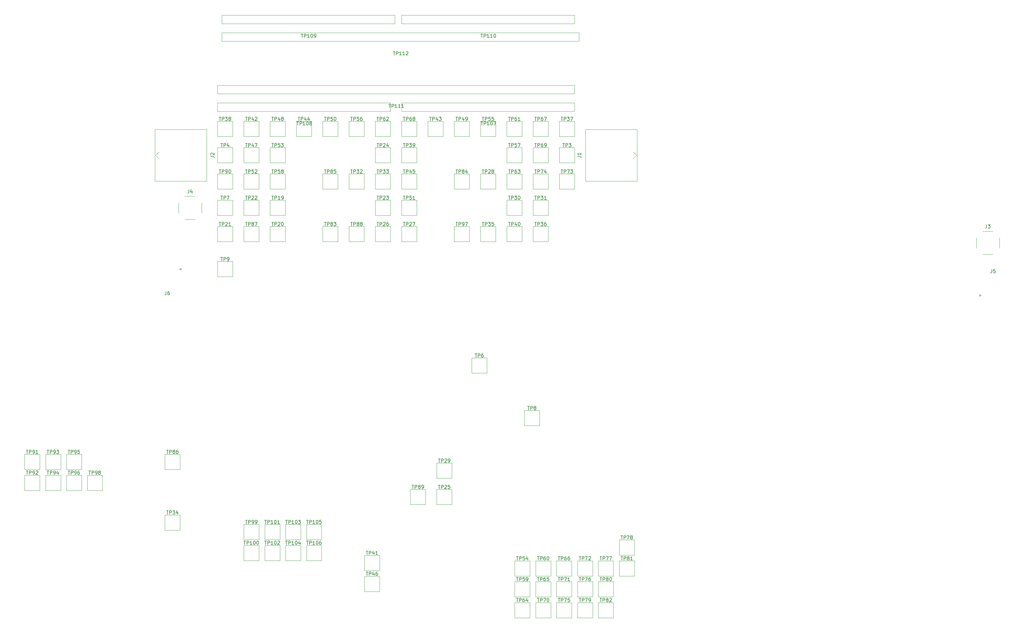
<source format=gbr>
G04 #@! TF.GenerationSoftware,KiCad,Pcbnew,(6.0.8-1)-1*
G04 #@! TF.CreationDate,2022-11-23T20:34:25+02:00*
G04 #@! TF.ProjectId,Proto Board RF v2-0,50726f74-6f20-4426-9f61-726420524620,rev?*
G04 #@! TF.SameCoordinates,Original*
G04 #@! TF.FileFunction,Legend,Top*
G04 #@! TF.FilePolarity,Positive*
%FSLAX46Y46*%
G04 Gerber Fmt 4.6, Leading zero omitted, Abs format (unit mm)*
G04 Created by KiCad (PCBNEW (6.0.8-1)-1) date 2022-11-23 20:34:25*
%MOMM*%
%LPD*%
G01*
G04 APERTURE LIST*
%ADD10C,0.150000*%
%ADD11C,0.120000*%
G04 APERTURE END LIST*
D10*
X193572380Y-91773333D02*
X194286666Y-91773333D01*
X194429523Y-91820952D01*
X194524761Y-91916190D01*
X194572380Y-92059047D01*
X194572380Y-92154285D01*
X194572380Y-90773333D02*
X194572380Y-91344761D01*
X194572380Y-91059047D02*
X193572380Y-91059047D01*
X193715238Y-91154285D01*
X193810476Y-91249523D01*
X193858095Y-91344761D01*
X87272380Y-91773333D02*
X87986666Y-91773333D01*
X88129523Y-91820952D01*
X88224761Y-91916190D01*
X88272380Y-92059047D01*
X88272380Y-92154285D01*
X87367619Y-91344761D02*
X87320000Y-91297142D01*
X87272380Y-91201904D01*
X87272380Y-90963809D01*
X87320000Y-90868571D01*
X87367619Y-90820952D01*
X87462857Y-90773333D01*
X87558095Y-90773333D01*
X87700952Y-90820952D01*
X88272380Y-91392380D01*
X88272380Y-90773333D01*
X312086666Y-111542380D02*
X312086666Y-112256666D01*
X312039047Y-112399523D01*
X311943809Y-112494761D01*
X311800952Y-112542380D01*
X311705714Y-112542380D01*
X312467619Y-111542380D02*
X313086666Y-111542380D01*
X312753333Y-111923333D01*
X312896190Y-111923333D01*
X312991428Y-111970952D01*
X313039047Y-112018571D01*
X313086666Y-112113809D01*
X313086666Y-112351904D01*
X313039047Y-112447142D01*
X312991428Y-112494761D01*
X312896190Y-112542380D01*
X312610476Y-112542380D01*
X312515238Y-112494761D01*
X312467619Y-112447142D01*
X80946666Y-101382380D02*
X80946666Y-102096666D01*
X80899047Y-102239523D01*
X80803809Y-102334761D01*
X80660952Y-102382380D01*
X80565714Y-102382380D01*
X81851428Y-101715714D02*
X81851428Y-102382380D01*
X81613333Y-101334761D02*
X81375238Y-102049047D01*
X81994285Y-102049047D01*
X313586666Y-124532380D02*
X313586666Y-125246666D01*
X313539047Y-125389523D01*
X313443809Y-125484761D01*
X313300952Y-125532380D01*
X313205714Y-125532380D01*
X314539047Y-124532380D02*
X314062857Y-124532380D01*
X314015238Y-125008571D01*
X314062857Y-124960952D01*
X314158095Y-124913333D01*
X314396190Y-124913333D01*
X314491428Y-124960952D01*
X314539047Y-125008571D01*
X314586666Y-125103809D01*
X314586666Y-125341904D01*
X314539047Y-125437142D01*
X314491428Y-125484761D01*
X314396190Y-125532380D01*
X314158095Y-125532380D01*
X314062857Y-125484761D01*
X314015238Y-125437142D01*
X74366666Y-130912380D02*
X74366666Y-131626666D01*
X74319047Y-131769523D01*
X74223809Y-131864761D01*
X74080952Y-131912380D01*
X73985714Y-131912380D01*
X75271428Y-130912380D02*
X75080952Y-130912380D01*
X74985714Y-130960000D01*
X74938095Y-131007619D01*
X74842857Y-131150476D01*
X74795238Y-131340952D01*
X74795238Y-131721904D01*
X74842857Y-131817142D01*
X74890476Y-131864761D01*
X74985714Y-131912380D01*
X75176190Y-131912380D01*
X75271428Y-131864761D01*
X75319047Y-131817142D01*
X75366666Y-131721904D01*
X75366666Y-131483809D01*
X75319047Y-131388571D01*
X75271428Y-131340952D01*
X75176190Y-131293333D01*
X74985714Y-131293333D01*
X74890476Y-131340952D01*
X74842857Y-131388571D01*
X74795238Y-131483809D01*
X189238095Y-87994380D02*
X189809523Y-87994380D01*
X189523809Y-88994380D02*
X189523809Y-87994380D01*
X190142857Y-88994380D02*
X190142857Y-87994380D01*
X190523809Y-87994380D01*
X190619047Y-88042000D01*
X190666666Y-88089619D01*
X190714285Y-88184857D01*
X190714285Y-88327714D01*
X190666666Y-88422952D01*
X190619047Y-88470571D01*
X190523809Y-88518190D01*
X190142857Y-88518190D01*
X191047619Y-87994380D02*
X191666666Y-87994380D01*
X191333333Y-88375333D01*
X191476190Y-88375333D01*
X191571428Y-88422952D01*
X191619047Y-88470571D01*
X191666666Y-88565809D01*
X191666666Y-88803904D01*
X191619047Y-88899142D01*
X191571428Y-88946761D01*
X191476190Y-88994380D01*
X191190476Y-88994380D01*
X191095238Y-88946761D01*
X191047619Y-88899142D01*
X90178095Y-87994380D02*
X90749523Y-87994380D01*
X90463809Y-88994380D02*
X90463809Y-87994380D01*
X91082857Y-88994380D02*
X91082857Y-87994380D01*
X91463809Y-87994380D01*
X91559047Y-88042000D01*
X91606666Y-88089619D01*
X91654285Y-88184857D01*
X91654285Y-88327714D01*
X91606666Y-88422952D01*
X91559047Y-88470571D01*
X91463809Y-88518190D01*
X91082857Y-88518190D01*
X92511428Y-88327714D02*
X92511428Y-88994380D01*
X92273333Y-87946761D02*
X92035238Y-88661047D01*
X92654285Y-88661047D01*
X163838095Y-148954380D02*
X164409523Y-148954380D01*
X164123809Y-149954380D02*
X164123809Y-148954380D01*
X164742857Y-149954380D02*
X164742857Y-148954380D01*
X165123809Y-148954380D01*
X165219047Y-149002000D01*
X165266666Y-149049619D01*
X165314285Y-149144857D01*
X165314285Y-149287714D01*
X165266666Y-149382952D01*
X165219047Y-149430571D01*
X165123809Y-149478190D01*
X164742857Y-149478190D01*
X166171428Y-148954380D02*
X165980952Y-148954380D01*
X165885714Y-149002000D01*
X165838095Y-149049619D01*
X165742857Y-149192476D01*
X165695238Y-149382952D01*
X165695238Y-149763904D01*
X165742857Y-149859142D01*
X165790476Y-149906761D01*
X165885714Y-149954380D01*
X166076190Y-149954380D01*
X166171428Y-149906761D01*
X166219047Y-149859142D01*
X166266666Y-149763904D01*
X166266666Y-149525809D01*
X166219047Y-149430571D01*
X166171428Y-149382952D01*
X166076190Y-149335333D01*
X165885714Y-149335333D01*
X165790476Y-149382952D01*
X165742857Y-149430571D01*
X165695238Y-149525809D01*
X90178095Y-103234380D02*
X90749523Y-103234380D01*
X90463809Y-104234380D02*
X90463809Y-103234380D01*
X91082857Y-104234380D02*
X91082857Y-103234380D01*
X91463809Y-103234380D01*
X91559047Y-103282000D01*
X91606666Y-103329619D01*
X91654285Y-103424857D01*
X91654285Y-103567714D01*
X91606666Y-103662952D01*
X91559047Y-103710571D01*
X91463809Y-103758190D01*
X91082857Y-103758190D01*
X91987619Y-103234380D02*
X92654285Y-103234380D01*
X92225714Y-104234380D01*
X179078095Y-164194380D02*
X179649523Y-164194380D01*
X179363809Y-165194380D02*
X179363809Y-164194380D01*
X179982857Y-165194380D02*
X179982857Y-164194380D01*
X180363809Y-164194380D01*
X180459047Y-164242000D01*
X180506666Y-164289619D01*
X180554285Y-164384857D01*
X180554285Y-164527714D01*
X180506666Y-164622952D01*
X180459047Y-164670571D01*
X180363809Y-164718190D01*
X179982857Y-164718190D01*
X181125714Y-164622952D02*
X181030476Y-164575333D01*
X180982857Y-164527714D01*
X180935238Y-164432476D01*
X180935238Y-164384857D01*
X180982857Y-164289619D01*
X181030476Y-164242000D01*
X181125714Y-164194380D01*
X181316190Y-164194380D01*
X181411428Y-164242000D01*
X181459047Y-164289619D01*
X181506666Y-164384857D01*
X181506666Y-164432476D01*
X181459047Y-164527714D01*
X181411428Y-164575333D01*
X181316190Y-164622952D01*
X181125714Y-164622952D01*
X181030476Y-164670571D01*
X180982857Y-164718190D01*
X180935238Y-164813428D01*
X180935238Y-165003904D01*
X180982857Y-165099142D01*
X181030476Y-165146761D01*
X181125714Y-165194380D01*
X181316190Y-165194380D01*
X181411428Y-165146761D01*
X181459047Y-165099142D01*
X181506666Y-165003904D01*
X181506666Y-164813428D01*
X181459047Y-164718190D01*
X181411428Y-164670571D01*
X181316190Y-164622952D01*
X90178095Y-121014380D02*
X90749523Y-121014380D01*
X90463809Y-122014380D02*
X90463809Y-121014380D01*
X91082857Y-122014380D02*
X91082857Y-121014380D01*
X91463809Y-121014380D01*
X91559047Y-121062000D01*
X91606666Y-121109619D01*
X91654285Y-121204857D01*
X91654285Y-121347714D01*
X91606666Y-121442952D01*
X91559047Y-121490571D01*
X91463809Y-121538190D01*
X91082857Y-121538190D01*
X92130476Y-122014380D02*
X92320952Y-122014380D01*
X92416190Y-121966761D01*
X92463809Y-121919142D01*
X92559047Y-121776285D01*
X92606666Y-121585809D01*
X92606666Y-121204857D01*
X92559047Y-121109619D01*
X92511428Y-121062000D01*
X92416190Y-121014380D01*
X92225714Y-121014380D01*
X92130476Y-121062000D01*
X92082857Y-121109619D01*
X92035238Y-121204857D01*
X92035238Y-121442952D01*
X92082857Y-121538190D01*
X92130476Y-121585809D01*
X92225714Y-121633428D01*
X92416190Y-121633428D01*
X92511428Y-121585809D01*
X92559047Y-121538190D01*
X92606666Y-121442952D01*
X104941904Y-103234380D02*
X105513333Y-103234380D01*
X105227619Y-104234380D02*
X105227619Y-103234380D01*
X105846666Y-104234380D02*
X105846666Y-103234380D01*
X106227619Y-103234380D01*
X106322857Y-103282000D01*
X106370476Y-103329619D01*
X106418095Y-103424857D01*
X106418095Y-103567714D01*
X106370476Y-103662952D01*
X106322857Y-103710571D01*
X106227619Y-103758190D01*
X105846666Y-103758190D01*
X107370476Y-104234380D02*
X106799047Y-104234380D01*
X107084761Y-104234380D02*
X107084761Y-103234380D01*
X106989523Y-103377238D01*
X106894285Y-103472476D01*
X106799047Y-103520095D01*
X107846666Y-104234380D02*
X108037142Y-104234380D01*
X108132380Y-104186761D01*
X108180000Y-104139142D01*
X108275238Y-103996285D01*
X108322857Y-103805809D01*
X108322857Y-103424857D01*
X108275238Y-103329619D01*
X108227619Y-103282000D01*
X108132380Y-103234380D01*
X107941904Y-103234380D01*
X107846666Y-103282000D01*
X107799047Y-103329619D01*
X107751428Y-103424857D01*
X107751428Y-103662952D01*
X107799047Y-103758190D01*
X107846666Y-103805809D01*
X107941904Y-103853428D01*
X108132380Y-103853428D01*
X108227619Y-103805809D01*
X108275238Y-103758190D01*
X108322857Y-103662952D01*
X104941904Y-110854380D02*
X105513333Y-110854380D01*
X105227619Y-111854380D02*
X105227619Y-110854380D01*
X105846666Y-111854380D02*
X105846666Y-110854380D01*
X106227619Y-110854380D01*
X106322857Y-110902000D01*
X106370476Y-110949619D01*
X106418095Y-111044857D01*
X106418095Y-111187714D01*
X106370476Y-111282952D01*
X106322857Y-111330571D01*
X106227619Y-111378190D01*
X105846666Y-111378190D01*
X106799047Y-110949619D02*
X106846666Y-110902000D01*
X106941904Y-110854380D01*
X107180000Y-110854380D01*
X107275238Y-110902000D01*
X107322857Y-110949619D01*
X107370476Y-111044857D01*
X107370476Y-111140095D01*
X107322857Y-111282952D01*
X106751428Y-111854380D01*
X107370476Y-111854380D01*
X107989523Y-110854380D02*
X108084761Y-110854380D01*
X108180000Y-110902000D01*
X108227619Y-110949619D01*
X108275238Y-111044857D01*
X108322857Y-111235333D01*
X108322857Y-111473428D01*
X108275238Y-111663904D01*
X108227619Y-111759142D01*
X108180000Y-111806761D01*
X108084761Y-111854380D01*
X107989523Y-111854380D01*
X107894285Y-111806761D01*
X107846666Y-111759142D01*
X107799047Y-111663904D01*
X107751428Y-111473428D01*
X107751428Y-111235333D01*
X107799047Y-111044857D01*
X107846666Y-110949619D01*
X107894285Y-110902000D01*
X107989523Y-110854380D01*
X89701904Y-110854380D02*
X90273333Y-110854380D01*
X89987619Y-111854380D02*
X89987619Y-110854380D01*
X90606666Y-111854380D02*
X90606666Y-110854380D01*
X90987619Y-110854380D01*
X91082857Y-110902000D01*
X91130476Y-110949619D01*
X91178095Y-111044857D01*
X91178095Y-111187714D01*
X91130476Y-111282952D01*
X91082857Y-111330571D01*
X90987619Y-111378190D01*
X90606666Y-111378190D01*
X91559047Y-110949619D02*
X91606666Y-110902000D01*
X91701904Y-110854380D01*
X91940000Y-110854380D01*
X92035238Y-110902000D01*
X92082857Y-110949619D01*
X92130476Y-111044857D01*
X92130476Y-111140095D01*
X92082857Y-111282952D01*
X91511428Y-111854380D01*
X92130476Y-111854380D01*
X93082857Y-111854380D02*
X92511428Y-111854380D01*
X92797142Y-111854380D02*
X92797142Y-110854380D01*
X92701904Y-110997238D01*
X92606666Y-111092476D01*
X92511428Y-111140095D01*
X97321904Y-103234380D02*
X97893333Y-103234380D01*
X97607619Y-104234380D02*
X97607619Y-103234380D01*
X98226666Y-104234380D02*
X98226666Y-103234380D01*
X98607619Y-103234380D01*
X98702857Y-103282000D01*
X98750476Y-103329619D01*
X98798095Y-103424857D01*
X98798095Y-103567714D01*
X98750476Y-103662952D01*
X98702857Y-103710571D01*
X98607619Y-103758190D01*
X98226666Y-103758190D01*
X99179047Y-103329619D02*
X99226666Y-103282000D01*
X99321904Y-103234380D01*
X99560000Y-103234380D01*
X99655238Y-103282000D01*
X99702857Y-103329619D01*
X99750476Y-103424857D01*
X99750476Y-103520095D01*
X99702857Y-103662952D01*
X99131428Y-104234380D01*
X99750476Y-104234380D01*
X100131428Y-103329619D02*
X100179047Y-103282000D01*
X100274285Y-103234380D01*
X100512380Y-103234380D01*
X100607619Y-103282000D01*
X100655238Y-103329619D01*
X100702857Y-103424857D01*
X100702857Y-103520095D01*
X100655238Y-103662952D01*
X100083809Y-104234380D01*
X100702857Y-104234380D01*
X135421904Y-103234380D02*
X135993333Y-103234380D01*
X135707619Y-104234380D02*
X135707619Y-103234380D01*
X136326666Y-104234380D02*
X136326666Y-103234380D01*
X136707619Y-103234380D01*
X136802857Y-103282000D01*
X136850476Y-103329619D01*
X136898095Y-103424857D01*
X136898095Y-103567714D01*
X136850476Y-103662952D01*
X136802857Y-103710571D01*
X136707619Y-103758190D01*
X136326666Y-103758190D01*
X137279047Y-103329619D02*
X137326666Y-103282000D01*
X137421904Y-103234380D01*
X137660000Y-103234380D01*
X137755238Y-103282000D01*
X137802857Y-103329619D01*
X137850476Y-103424857D01*
X137850476Y-103520095D01*
X137802857Y-103662952D01*
X137231428Y-104234380D01*
X137850476Y-104234380D01*
X138183809Y-103234380D02*
X138802857Y-103234380D01*
X138469523Y-103615333D01*
X138612380Y-103615333D01*
X138707619Y-103662952D01*
X138755238Y-103710571D01*
X138802857Y-103805809D01*
X138802857Y-104043904D01*
X138755238Y-104139142D01*
X138707619Y-104186761D01*
X138612380Y-104234380D01*
X138326666Y-104234380D01*
X138231428Y-104186761D01*
X138183809Y-104139142D01*
X135421904Y-87994380D02*
X135993333Y-87994380D01*
X135707619Y-88994380D02*
X135707619Y-87994380D01*
X136326666Y-88994380D02*
X136326666Y-87994380D01*
X136707619Y-87994380D01*
X136802857Y-88042000D01*
X136850476Y-88089619D01*
X136898095Y-88184857D01*
X136898095Y-88327714D01*
X136850476Y-88422952D01*
X136802857Y-88470571D01*
X136707619Y-88518190D01*
X136326666Y-88518190D01*
X137279047Y-88089619D02*
X137326666Y-88042000D01*
X137421904Y-87994380D01*
X137660000Y-87994380D01*
X137755238Y-88042000D01*
X137802857Y-88089619D01*
X137850476Y-88184857D01*
X137850476Y-88280095D01*
X137802857Y-88422952D01*
X137231428Y-88994380D01*
X137850476Y-88994380D01*
X138707619Y-88327714D02*
X138707619Y-88994380D01*
X138469523Y-87946761D02*
X138231428Y-88661047D01*
X138850476Y-88661047D01*
X153201904Y-187054380D02*
X153773333Y-187054380D01*
X153487619Y-188054380D02*
X153487619Y-187054380D01*
X154106666Y-188054380D02*
X154106666Y-187054380D01*
X154487619Y-187054380D01*
X154582857Y-187102000D01*
X154630476Y-187149619D01*
X154678095Y-187244857D01*
X154678095Y-187387714D01*
X154630476Y-187482952D01*
X154582857Y-187530571D01*
X154487619Y-187578190D01*
X154106666Y-187578190D01*
X155059047Y-187149619D02*
X155106666Y-187102000D01*
X155201904Y-187054380D01*
X155440000Y-187054380D01*
X155535238Y-187102000D01*
X155582857Y-187149619D01*
X155630476Y-187244857D01*
X155630476Y-187340095D01*
X155582857Y-187482952D01*
X155011428Y-188054380D01*
X155630476Y-188054380D01*
X156535238Y-187054380D02*
X156059047Y-187054380D01*
X156011428Y-187530571D01*
X156059047Y-187482952D01*
X156154285Y-187435333D01*
X156392380Y-187435333D01*
X156487619Y-187482952D01*
X156535238Y-187530571D01*
X156582857Y-187625809D01*
X156582857Y-187863904D01*
X156535238Y-187959142D01*
X156487619Y-188006761D01*
X156392380Y-188054380D01*
X156154285Y-188054380D01*
X156059047Y-188006761D01*
X156011428Y-187959142D01*
X135421904Y-110854380D02*
X135993333Y-110854380D01*
X135707619Y-111854380D02*
X135707619Y-110854380D01*
X136326666Y-111854380D02*
X136326666Y-110854380D01*
X136707619Y-110854380D01*
X136802857Y-110902000D01*
X136850476Y-110949619D01*
X136898095Y-111044857D01*
X136898095Y-111187714D01*
X136850476Y-111282952D01*
X136802857Y-111330571D01*
X136707619Y-111378190D01*
X136326666Y-111378190D01*
X137279047Y-110949619D02*
X137326666Y-110902000D01*
X137421904Y-110854380D01*
X137660000Y-110854380D01*
X137755238Y-110902000D01*
X137802857Y-110949619D01*
X137850476Y-111044857D01*
X137850476Y-111140095D01*
X137802857Y-111282952D01*
X137231428Y-111854380D01*
X137850476Y-111854380D01*
X138707619Y-110854380D02*
X138517142Y-110854380D01*
X138421904Y-110902000D01*
X138374285Y-110949619D01*
X138279047Y-111092476D01*
X138231428Y-111282952D01*
X138231428Y-111663904D01*
X138279047Y-111759142D01*
X138326666Y-111806761D01*
X138421904Y-111854380D01*
X138612380Y-111854380D01*
X138707619Y-111806761D01*
X138755238Y-111759142D01*
X138802857Y-111663904D01*
X138802857Y-111425809D01*
X138755238Y-111330571D01*
X138707619Y-111282952D01*
X138612380Y-111235333D01*
X138421904Y-111235333D01*
X138326666Y-111282952D01*
X138279047Y-111330571D01*
X138231428Y-111425809D01*
X143041904Y-110854380D02*
X143613333Y-110854380D01*
X143327619Y-111854380D02*
X143327619Y-110854380D01*
X143946666Y-111854380D02*
X143946666Y-110854380D01*
X144327619Y-110854380D01*
X144422857Y-110902000D01*
X144470476Y-110949619D01*
X144518095Y-111044857D01*
X144518095Y-111187714D01*
X144470476Y-111282952D01*
X144422857Y-111330571D01*
X144327619Y-111378190D01*
X143946666Y-111378190D01*
X144899047Y-110949619D02*
X144946666Y-110902000D01*
X145041904Y-110854380D01*
X145280000Y-110854380D01*
X145375238Y-110902000D01*
X145422857Y-110949619D01*
X145470476Y-111044857D01*
X145470476Y-111140095D01*
X145422857Y-111282952D01*
X144851428Y-111854380D01*
X145470476Y-111854380D01*
X145803809Y-110854380D02*
X146470476Y-110854380D01*
X146041904Y-111854380D01*
X165901904Y-95614380D02*
X166473333Y-95614380D01*
X166187619Y-96614380D02*
X166187619Y-95614380D01*
X166806666Y-96614380D02*
X166806666Y-95614380D01*
X167187619Y-95614380D01*
X167282857Y-95662000D01*
X167330476Y-95709619D01*
X167378095Y-95804857D01*
X167378095Y-95947714D01*
X167330476Y-96042952D01*
X167282857Y-96090571D01*
X167187619Y-96138190D01*
X166806666Y-96138190D01*
X167759047Y-95709619D02*
X167806666Y-95662000D01*
X167901904Y-95614380D01*
X168140000Y-95614380D01*
X168235238Y-95662000D01*
X168282857Y-95709619D01*
X168330476Y-95804857D01*
X168330476Y-95900095D01*
X168282857Y-96042952D01*
X167711428Y-96614380D01*
X168330476Y-96614380D01*
X168901904Y-96042952D02*
X168806666Y-95995333D01*
X168759047Y-95947714D01*
X168711428Y-95852476D01*
X168711428Y-95804857D01*
X168759047Y-95709619D01*
X168806666Y-95662000D01*
X168901904Y-95614380D01*
X169092380Y-95614380D01*
X169187619Y-95662000D01*
X169235238Y-95709619D01*
X169282857Y-95804857D01*
X169282857Y-95852476D01*
X169235238Y-95947714D01*
X169187619Y-95995333D01*
X169092380Y-96042952D01*
X168901904Y-96042952D01*
X168806666Y-96090571D01*
X168759047Y-96138190D01*
X168711428Y-96233428D01*
X168711428Y-96423904D01*
X168759047Y-96519142D01*
X168806666Y-96566761D01*
X168901904Y-96614380D01*
X169092380Y-96614380D01*
X169187619Y-96566761D01*
X169235238Y-96519142D01*
X169282857Y-96423904D01*
X169282857Y-96233428D01*
X169235238Y-96138190D01*
X169187619Y-96090571D01*
X169092380Y-96042952D01*
X153201904Y-179434380D02*
X153773333Y-179434380D01*
X153487619Y-180434380D02*
X153487619Y-179434380D01*
X154106666Y-180434380D02*
X154106666Y-179434380D01*
X154487619Y-179434380D01*
X154582857Y-179482000D01*
X154630476Y-179529619D01*
X154678095Y-179624857D01*
X154678095Y-179767714D01*
X154630476Y-179862952D01*
X154582857Y-179910571D01*
X154487619Y-179958190D01*
X154106666Y-179958190D01*
X155059047Y-179529619D02*
X155106666Y-179482000D01*
X155201904Y-179434380D01*
X155440000Y-179434380D01*
X155535238Y-179482000D01*
X155582857Y-179529619D01*
X155630476Y-179624857D01*
X155630476Y-179720095D01*
X155582857Y-179862952D01*
X155011428Y-180434380D01*
X155630476Y-180434380D01*
X156106666Y-180434380D02*
X156297142Y-180434380D01*
X156392380Y-180386761D01*
X156440000Y-180339142D01*
X156535238Y-180196285D01*
X156582857Y-180005809D01*
X156582857Y-179624857D01*
X156535238Y-179529619D01*
X156487619Y-179482000D01*
X156392380Y-179434380D01*
X156201904Y-179434380D01*
X156106666Y-179482000D01*
X156059047Y-179529619D01*
X156011428Y-179624857D01*
X156011428Y-179862952D01*
X156059047Y-179958190D01*
X156106666Y-180005809D01*
X156201904Y-180053428D01*
X156392380Y-180053428D01*
X156487619Y-180005809D01*
X156535238Y-179958190D01*
X156582857Y-179862952D01*
X173521904Y-103234380D02*
X174093333Y-103234380D01*
X173807619Y-104234380D02*
X173807619Y-103234380D01*
X174426666Y-104234380D02*
X174426666Y-103234380D01*
X174807619Y-103234380D01*
X174902857Y-103282000D01*
X174950476Y-103329619D01*
X174998095Y-103424857D01*
X174998095Y-103567714D01*
X174950476Y-103662952D01*
X174902857Y-103710571D01*
X174807619Y-103758190D01*
X174426666Y-103758190D01*
X175331428Y-103234380D02*
X175950476Y-103234380D01*
X175617142Y-103615333D01*
X175760000Y-103615333D01*
X175855238Y-103662952D01*
X175902857Y-103710571D01*
X175950476Y-103805809D01*
X175950476Y-104043904D01*
X175902857Y-104139142D01*
X175855238Y-104186761D01*
X175760000Y-104234380D01*
X175474285Y-104234380D01*
X175379047Y-104186761D01*
X175331428Y-104139142D01*
X176569523Y-103234380D02*
X176664761Y-103234380D01*
X176760000Y-103282000D01*
X176807619Y-103329619D01*
X176855238Y-103424857D01*
X176902857Y-103615333D01*
X176902857Y-103853428D01*
X176855238Y-104043904D01*
X176807619Y-104139142D01*
X176760000Y-104186761D01*
X176664761Y-104234380D01*
X176569523Y-104234380D01*
X176474285Y-104186761D01*
X176426666Y-104139142D01*
X176379047Y-104043904D01*
X176331428Y-103853428D01*
X176331428Y-103615333D01*
X176379047Y-103424857D01*
X176426666Y-103329619D01*
X176474285Y-103282000D01*
X176569523Y-103234380D01*
X181141904Y-103234380D02*
X181713333Y-103234380D01*
X181427619Y-104234380D02*
X181427619Y-103234380D01*
X182046666Y-104234380D02*
X182046666Y-103234380D01*
X182427619Y-103234380D01*
X182522857Y-103282000D01*
X182570476Y-103329619D01*
X182618095Y-103424857D01*
X182618095Y-103567714D01*
X182570476Y-103662952D01*
X182522857Y-103710571D01*
X182427619Y-103758190D01*
X182046666Y-103758190D01*
X182951428Y-103234380D02*
X183570476Y-103234380D01*
X183237142Y-103615333D01*
X183380000Y-103615333D01*
X183475238Y-103662952D01*
X183522857Y-103710571D01*
X183570476Y-103805809D01*
X183570476Y-104043904D01*
X183522857Y-104139142D01*
X183475238Y-104186761D01*
X183380000Y-104234380D01*
X183094285Y-104234380D01*
X182999047Y-104186761D01*
X182951428Y-104139142D01*
X184522857Y-104234380D02*
X183951428Y-104234380D01*
X184237142Y-104234380D02*
X184237142Y-103234380D01*
X184141904Y-103377238D01*
X184046666Y-103472476D01*
X183951428Y-103520095D01*
X127801904Y-95614380D02*
X128373333Y-95614380D01*
X128087619Y-96614380D02*
X128087619Y-95614380D01*
X128706666Y-96614380D02*
X128706666Y-95614380D01*
X129087619Y-95614380D01*
X129182857Y-95662000D01*
X129230476Y-95709619D01*
X129278095Y-95804857D01*
X129278095Y-95947714D01*
X129230476Y-96042952D01*
X129182857Y-96090571D01*
X129087619Y-96138190D01*
X128706666Y-96138190D01*
X129611428Y-95614380D02*
X130230476Y-95614380D01*
X129897142Y-95995333D01*
X130040000Y-95995333D01*
X130135238Y-96042952D01*
X130182857Y-96090571D01*
X130230476Y-96185809D01*
X130230476Y-96423904D01*
X130182857Y-96519142D01*
X130135238Y-96566761D01*
X130040000Y-96614380D01*
X129754285Y-96614380D01*
X129659047Y-96566761D01*
X129611428Y-96519142D01*
X130611428Y-95709619D02*
X130659047Y-95662000D01*
X130754285Y-95614380D01*
X130992380Y-95614380D01*
X131087619Y-95662000D01*
X131135238Y-95709619D01*
X131182857Y-95804857D01*
X131182857Y-95900095D01*
X131135238Y-96042952D01*
X130563809Y-96614380D01*
X131182857Y-96614380D01*
X135421904Y-95614380D02*
X135993333Y-95614380D01*
X135707619Y-96614380D02*
X135707619Y-95614380D01*
X136326666Y-96614380D02*
X136326666Y-95614380D01*
X136707619Y-95614380D01*
X136802857Y-95662000D01*
X136850476Y-95709619D01*
X136898095Y-95804857D01*
X136898095Y-95947714D01*
X136850476Y-96042952D01*
X136802857Y-96090571D01*
X136707619Y-96138190D01*
X136326666Y-96138190D01*
X137231428Y-95614380D02*
X137850476Y-95614380D01*
X137517142Y-95995333D01*
X137660000Y-95995333D01*
X137755238Y-96042952D01*
X137802857Y-96090571D01*
X137850476Y-96185809D01*
X137850476Y-96423904D01*
X137802857Y-96519142D01*
X137755238Y-96566761D01*
X137660000Y-96614380D01*
X137374285Y-96614380D01*
X137279047Y-96566761D01*
X137231428Y-96519142D01*
X138183809Y-95614380D02*
X138802857Y-95614380D01*
X138469523Y-95995333D01*
X138612380Y-95995333D01*
X138707619Y-96042952D01*
X138755238Y-96090571D01*
X138802857Y-96185809D01*
X138802857Y-96423904D01*
X138755238Y-96519142D01*
X138707619Y-96566761D01*
X138612380Y-96614380D01*
X138326666Y-96614380D01*
X138231428Y-96566761D01*
X138183809Y-96519142D01*
X74461904Y-194444380D02*
X75033333Y-194444380D01*
X74747619Y-195444380D02*
X74747619Y-194444380D01*
X75366666Y-195444380D02*
X75366666Y-194444380D01*
X75747619Y-194444380D01*
X75842857Y-194492000D01*
X75890476Y-194539619D01*
X75938095Y-194634857D01*
X75938095Y-194777714D01*
X75890476Y-194872952D01*
X75842857Y-194920571D01*
X75747619Y-194968190D01*
X75366666Y-194968190D01*
X76271428Y-194444380D02*
X76890476Y-194444380D01*
X76557142Y-194825333D01*
X76700000Y-194825333D01*
X76795238Y-194872952D01*
X76842857Y-194920571D01*
X76890476Y-195015809D01*
X76890476Y-195253904D01*
X76842857Y-195349142D01*
X76795238Y-195396761D01*
X76700000Y-195444380D01*
X76414285Y-195444380D01*
X76319047Y-195396761D01*
X76271428Y-195349142D01*
X77747619Y-194777714D02*
X77747619Y-195444380D01*
X77509523Y-194396761D02*
X77271428Y-195111047D01*
X77890476Y-195111047D01*
X165901904Y-110854380D02*
X166473333Y-110854380D01*
X166187619Y-111854380D02*
X166187619Y-110854380D01*
X166806666Y-111854380D02*
X166806666Y-110854380D01*
X167187619Y-110854380D01*
X167282857Y-110902000D01*
X167330476Y-110949619D01*
X167378095Y-111044857D01*
X167378095Y-111187714D01*
X167330476Y-111282952D01*
X167282857Y-111330571D01*
X167187619Y-111378190D01*
X166806666Y-111378190D01*
X167711428Y-110854380D02*
X168330476Y-110854380D01*
X167997142Y-111235333D01*
X168140000Y-111235333D01*
X168235238Y-111282952D01*
X168282857Y-111330571D01*
X168330476Y-111425809D01*
X168330476Y-111663904D01*
X168282857Y-111759142D01*
X168235238Y-111806761D01*
X168140000Y-111854380D01*
X167854285Y-111854380D01*
X167759047Y-111806761D01*
X167711428Y-111759142D01*
X169235238Y-110854380D02*
X168759047Y-110854380D01*
X168711428Y-111330571D01*
X168759047Y-111282952D01*
X168854285Y-111235333D01*
X169092380Y-111235333D01*
X169187619Y-111282952D01*
X169235238Y-111330571D01*
X169282857Y-111425809D01*
X169282857Y-111663904D01*
X169235238Y-111759142D01*
X169187619Y-111806761D01*
X169092380Y-111854380D01*
X168854285Y-111854380D01*
X168759047Y-111806761D01*
X168711428Y-111759142D01*
X181141904Y-110854380D02*
X181713333Y-110854380D01*
X181427619Y-111854380D02*
X181427619Y-110854380D01*
X182046666Y-111854380D02*
X182046666Y-110854380D01*
X182427619Y-110854380D01*
X182522857Y-110902000D01*
X182570476Y-110949619D01*
X182618095Y-111044857D01*
X182618095Y-111187714D01*
X182570476Y-111282952D01*
X182522857Y-111330571D01*
X182427619Y-111378190D01*
X182046666Y-111378190D01*
X182951428Y-110854380D02*
X183570476Y-110854380D01*
X183237142Y-111235333D01*
X183380000Y-111235333D01*
X183475238Y-111282952D01*
X183522857Y-111330571D01*
X183570476Y-111425809D01*
X183570476Y-111663904D01*
X183522857Y-111759142D01*
X183475238Y-111806761D01*
X183380000Y-111854380D01*
X183094285Y-111854380D01*
X182999047Y-111806761D01*
X182951428Y-111759142D01*
X184427619Y-110854380D02*
X184237142Y-110854380D01*
X184141904Y-110902000D01*
X184094285Y-110949619D01*
X183999047Y-111092476D01*
X183951428Y-111282952D01*
X183951428Y-111663904D01*
X183999047Y-111759142D01*
X184046666Y-111806761D01*
X184141904Y-111854380D01*
X184332380Y-111854380D01*
X184427619Y-111806761D01*
X184475238Y-111759142D01*
X184522857Y-111663904D01*
X184522857Y-111425809D01*
X184475238Y-111330571D01*
X184427619Y-111282952D01*
X184332380Y-111235333D01*
X184141904Y-111235333D01*
X184046666Y-111282952D01*
X183999047Y-111330571D01*
X183951428Y-111425809D01*
X188761904Y-80374380D02*
X189333333Y-80374380D01*
X189047619Y-81374380D02*
X189047619Y-80374380D01*
X189666666Y-81374380D02*
X189666666Y-80374380D01*
X190047619Y-80374380D01*
X190142857Y-80422000D01*
X190190476Y-80469619D01*
X190238095Y-80564857D01*
X190238095Y-80707714D01*
X190190476Y-80802952D01*
X190142857Y-80850571D01*
X190047619Y-80898190D01*
X189666666Y-80898190D01*
X190571428Y-80374380D02*
X191190476Y-80374380D01*
X190857142Y-80755333D01*
X191000000Y-80755333D01*
X191095238Y-80802952D01*
X191142857Y-80850571D01*
X191190476Y-80945809D01*
X191190476Y-81183904D01*
X191142857Y-81279142D01*
X191095238Y-81326761D01*
X191000000Y-81374380D01*
X190714285Y-81374380D01*
X190619047Y-81326761D01*
X190571428Y-81279142D01*
X191523809Y-80374380D02*
X192190476Y-80374380D01*
X191761904Y-81374380D01*
X89701904Y-80374380D02*
X90273333Y-80374380D01*
X89987619Y-81374380D02*
X89987619Y-80374380D01*
X90606666Y-81374380D02*
X90606666Y-80374380D01*
X90987619Y-80374380D01*
X91082857Y-80422000D01*
X91130476Y-80469619D01*
X91178095Y-80564857D01*
X91178095Y-80707714D01*
X91130476Y-80802952D01*
X91082857Y-80850571D01*
X90987619Y-80898190D01*
X90606666Y-80898190D01*
X91511428Y-80374380D02*
X92130476Y-80374380D01*
X91797142Y-80755333D01*
X91940000Y-80755333D01*
X92035238Y-80802952D01*
X92082857Y-80850571D01*
X92130476Y-80945809D01*
X92130476Y-81183904D01*
X92082857Y-81279142D01*
X92035238Y-81326761D01*
X91940000Y-81374380D01*
X91654285Y-81374380D01*
X91559047Y-81326761D01*
X91511428Y-81279142D01*
X92701904Y-80802952D02*
X92606666Y-80755333D01*
X92559047Y-80707714D01*
X92511428Y-80612476D01*
X92511428Y-80564857D01*
X92559047Y-80469619D01*
X92606666Y-80422000D01*
X92701904Y-80374380D01*
X92892380Y-80374380D01*
X92987619Y-80422000D01*
X93035238Y-80469619D01*
X93082857Y-80564857D01*
X93082857Y-80612476D01*
X93035238Y-80707714D01*
X92987619Y-80755333D01*
X92892380Y-80802952D01*
X92701904Y-80802952D01*
X92606666Y-80850571D01*
X92559047Y-80898190D01*
X92511428Y-80993428D01*
X92511428Y-81183904D01*
X92559047Y-81279142D01*
X92606666Y-81326761D01*
X92701904Y-81374380D01*
X92892380Y-81374380D01*
X92987619Y-81326761D01*
X93035238Y-81279142D01*
X93082857Y-81183904D01*
X93082857Y-80993428D01*
X93035238Y-80898190D01*
X92987619Y-80850571D01*
X92892380Y-80802952D01*
X143041904Y-87994380D02*
X143613333Y-87994380D01*
X143327619Y-88994380D02*
X143327619Y-87994380D01*
X143946666Y-88994380D02*
X143946666Y-87994380D01*
X144327619Y-87994380D01*
X144422857Y-88042000D01*
X144470476Y-88089619D01*
X144518095Y-88184857D01*
X144518095Y-88327714D01*
X144470476Y-88422952D01*
X144422857Y-88470571D01*
X144327619Y-88518190D01*
X143946666Y-88518190D01*
X144851428Y-87994380D02*
X145470476Y-87994380D01*
X145137142Y-88375333D01*
X145280000Y-88375333D01*
X145375238Y-88422952D01*
X145422857Y-88470571D01*
X145470476Y-88565809D01*
X145470476Y-88803904D01*
X145422857Y-88899142D01*
X145375238Y-88946761D01*
X145280000Y-88994380D01*
X144994285Y-88994380D01*
X144899047Y-88946761D01*
X144851428Y-88899142D01*
X145946666Y-88994380D02*
X146137142Y-88994380D01*
X146232380Y-88946761D01*
X146280000Y-88899142D01*
X146375238Y-88756285D01*
X146422857Y-88565809D01*
X146422857Y-88184857D01*
X146375238Y-88089619D01*
X146327619Y-88042000D01*
X146232380Y-87994380D01*
X146041904Y-87994380D01*
X145946666Y-88042000D01*
X145899047Y-88089619D01*
X145851428Y-88184857D01*
X145851428Y-88422952D01*
X145899047Y-88518190D01*
X145946666Y-88565809D01*
X146041904Y-88613428D01*
X146232380Y-88613428D01*
X146327619Y-88565809D01*
X146375238Y-88518190D01*
X146422857Y-88422952D01*
X173521904Y-110854380D02*
X174093333Y-110854380D01*
X173807619Y-111854380D02*
X173807619Y-110854380D01*
X174426666Y-111854380D02*
X174426666Y-110854380D01*
X174807619Y-110854380D01*
X174902857Y-110902000D01*
X174950476Y-110949619D01*
X174998095Y-111044857D01*
X174998095Y-111187714D01*
X174950476Y-111282952D01*
X174902857Y-111330571D01*
X174807619Y-111378190D01*
X174426666Y-111378190D01*
X175855238Y-111187714D02*
X175855238Y-111854380D01*
X175617142Y-110806761D02*
X175379047Y-111521047D01*
X175998095Y-111521047D01*
X176569523Y-110854380D02*
X176664761Y-110854380D01*
X176760000Y-110902000D01*
X176807619Y-110949619D01*
X176855238Y-111044857D01*
X176902857Y-111235333D01*
X176902857Y-111473428D01*
X176855238Y-111663904D01*
X176807619Y-111759142D01*
X176760000Y-111806761D01*
X176664761Y-111854380D01*
X176569523Y-111854380D01*
X176474285Y-111806761D01*
X176426666Y-111759142D01*
X176379047Y-111663904D01*
X176331428Y-111473428D01*
X176331428Y-111235333D01*
X176379047Y-111044857D01*
X176426666Y-110949619D01*
X176474285Y-110902000D01*
X176569523Y-110854380D01*
X132281904Y-206174380D02*
X132853333Y-206174380D01*
X132567619Y-207174380D02*
X132567619Y-206174380D01*
X133186666Y-207174380D02*
X133186666Y-206174380D01*
X133567619Y-206174380D01*
X133662857Y-206222000D01*
X133710476Y-206269619D01*
X133758095Y-206364857D01*
X133758095Y-206507714D01*
X133710476Y-206602952D01*
X133662857Y-206650571D01*
X133567619Y-206698190D01*
X133186666Y-206698190D01*
X134615238Y-206507714D02*
X134615238Y-207174380D01*
X134377142Y-206126761D02*
X134139047Y-206841047D01*
X134758095Y-206841047D01*
X135662857Y-207174380D02*
X135091428Y-207174380D01*
X135377142Y-207174380D02*
X135377142Y-206174380D01*
X135281904Y-206317238D01*
X135186666Y-206412476D01*
X135091428Y-206460095D01*
X97321904Y-80374380D02*
X97893333Y-80374380D01*
X97607619Y-81374380D02*
X97607619Y-80374380D01*
X98226666Y-81374380D02*
X98226666Y-80374380D01*
X98607619Y-80374380D01*
X98702857Y-80422000D01*
X98750476Y-80469619D01*
X98798095Y-80564857D01*
X98798095Y-80707714D01*
X98750476Y-80802952D01*
X98702857Y-80850571D01*
X98607619Y-80898190D01*
X98226666Y-80898190D01*
X99655238Y-80707714D02*
X99655238Y-81374380D01*
X99417142Y-80326761D02*
X99179047Y-81041047D01*
X99798095Y-81041047D01*
X100131428Y-80469619D02*
X100179047Y-80422000D01*
X100274285Y-80374380D01*
X100512380Y-80374380D01*
X100607619Y-80422000D01*
X100655238Y-80469619D01*
X100702857Y-80564857D01*
X100702857Y-80660095D01*
X100655238Y-80802952D01*
X100083809Y-81374380D01*
X100702857Y-81374380D01*
X150661904Y-80374380D02*
X151233333Y-80374380D01*
X150947619Y-81374380D02*
X150947619Y-80374380D01*
X151566666Y-81374380D02*
X151566666Y-80374380D01*
X151947619Y-80374380D01*
X152042857Y-80422000D01*
X152090476Y-80469619D01*
X152138095Y-80564857D01*
X152138095Y-80707714D01*
X152090476Y-80802952D01*
X152042857Y-80850571D01*
X151947619Y-80898190D01*
X151566666Y-80898190D01*
X152995238Y-80707714D02*
X152995238Y-81374380D01*
X152757142Y-80326761D02*
X152519047Y-81041047D01*
X153138095Y-81041047D01*
X153423809Y-80374380D02*
X154042857Y-80374380D01*
X153709523Y-80755333D01*
X153852380Y-80755333D01*
X153947619Y-80802952D01*
X153995238Y-80850571D01*
X154042857Y-80945809D01*
X154042857Y-81183904D01*
X153995238Y-81279142D01*
X153947619Y-81326761D01*
X153852380Y-81374380D01*
X153566666Y-81374380D01*
X153471428Y-81326761D01*
X153423809Y-81279142D01*
X112561904Y-80374380D02*
X113133333Y-80374380D01*
X112847619Y-81374380D02*
X112847619Y-80374380D01*
X113466666Y-81374380D02*
X113466666Y-80374380D01*
X113847619Y-80374380D01*
X113942857Y-80422000D01*
X113990476Y-80469619D01*
X114038095Y-80564857D01*
X114038095Y-80707714D01*
X113990476Y-80802952D01*
X113942857Y-80850571D01*
X113847619Y-80898190D01*
X113466666Y-80898190D01*
X114895238Y-80707714D02*
X114895238Y-81374380D01*
X114657142Y-80326761D02*
X114419047Y-81041047D01*
X115038095Y-81041047D01*
X115847619Y-80707714D02*
X115847619Y-81374380D01*
X115609523Y-80326761D02*
X115371428Y-81041047D01*
X115990476Y-81041047D01*
X143041904Y-95614380D02*
X143613333Y-95614380D01*
X143327619Y-96614380D02*
X143327619Y-95614380D01*
X143946666Y-96614380D02*
X143946666Y-95614380D01*
X144327619Y-95614380D01*
X144422857Y-95662000D01*
X144470476Y-95709619D01*
X144518095Y-95804857D01*
X144518095Y-95947714D01*
X144470476Y-96042952D01*
X144422857Y-96090571D01*
X144327619Y-96138190D01*
X143946666Y-96138190D01*
X145375238Y-95947714D02*
X145375238Y-96614380D01*
X145137142Y-95566761D02*
X144899047Y-96281047D01*
X145518095Y-96281047D01*
X146375238Y-95614380D02*
X145899047Y-95614380D01*
X145851428Y-96090571D01*
X145899047Y-96042952D01*
X145994285Y-95995333D01*
X146232380Y-95995333D01*
X146327619Y-96042952D01*
X146375238Y-96090571D01*
X146422857Y-96185809D01*
X146422857Y-96423904D01*
X146375238Y-96519142D01*
X146327619Y-96566761D01*
X146232380Y-96614380D01*
X145994285Y-96614380D01*
X145899047Y-96566761D01*
X145851428Y-96519142D01*
X132281904Y-212224380D02*
X132853333Y-212224380D01*
X132567619Y-213224380D02*
X132567619Y-212224380D01*
X133186666Y-213224380D02*
X133186666Y-212224380D01*
X133567619Y-212224380D01*
X133662857Y-212272000D01*
X133710476Y-212319619D01*
X133758095Y-212414857D01*
X133758095Y-212557714D01*
X133710476Y-212652952D01*
X133662857Y-212700571D01*
X133567619Y-212748190D01*
X133186666Y-212748190D01*
X134615238Y-212557714D02*
X134615238Y-213224380D01*
X134377142Y-212176761D02*
X134139047Y-212891047D01*
X134758095Y-212891047D01*
X135567619Y-212224380D02*
X135377142Y-212224380D01*
X135281904Y-212272000D01*
X135234285Y-212319619D01*
X135139047Y-212462476D01*
X135091428Y-212652952D01*
X135091428Y-213033904D01*
X135139047Y-213129142D01*
X135186666Y-213176761D01*
X135281904Y-213224380D01*
X135472380Y-213224380D01*
X135567619Y-213176761D01*
X135615238Y-213129142D01*
X135662857Y-213033904D01*
X135662857Y-212795809D01*
X135615238Y-212700571D01*
X135567619Y-212652952D01*
X135472380Y-212605333D01*
X135281904Y-212605333D01*
X135186666Y-212652952D01*
X135139047Y-212700571D01*
X135091428Y-212795809D01*
X97321904Y-87994380D02*
X97893333Y-87994380D01*
X97607619Y-88994380D02*
X97607619Y-87994380D01*
X98226666Y-88994380D02*
X98226666Y-87994380D01*
X98607619Y-87994380D01*
X98702857Y-88042000D01*
X98750476Y-88089619D01*
X98798095Y-88184857D01*
X98798095Y-88327714D01*
X98750476Y-88422952D01*
X98702857Y-88470571D01*
X98607619Y-88518190D01*
X98226666Y-88518190D01*
X99655238Y-88327714D02*
X99655238Y-88994380D01*
X99417142Y-87946761D02*
X99179047Y-88661047D01*
X99798095Y-88661047D01*
X100083809Y-87994380D02*
X100750476Y-87994380D01*
X100321904Y-88994380D01*
X104941904Y-80374380D02*
X105513333Y-80374380D01*
X105227619Y-81374380D02*
X105227619Y-80374380D01*
X105846666Y-81374380D02*
X105846666Y-80374380D01*
X106227619Y-80374380D01*
X106322857Y-80422000D01*
X106370476Y-80469619D01*
X106418095Y-80564857D01*
X106418095Y-80707714D01*
X106370476Y-80802952D01*
X106322857Y-80850571D01*
X106227619Y-80898190D01*
X105846666Y-80898190D01*
X107275238Y-80707714D02*
X107275238Y-81374380D01*
X107037142Y-80326761D02*
X106799047Y-81041047D01*
X107418095Y-81041047D01*
X107941904Y-80802952D02*
X107846666Y-80755333D01*
X107799047Y-80707714D01*
X107751428Y-80612476D01*
X107751428Y-80564857D01*
X107799047Y-80469619D01*
X107846666Y-80422000D01*
X107941904Y-80374380D01*
X108132380Y-80374380D01*
X108227619Y-80422000D01*
X108275238Y-80469619D01*
X108322857Y-80564857D01*
X108322857Y-80612476D01*
X108275238Y-80707714D01*
X108227619Y-80755333D01*
X108132380Y-80802952D01*
X107941904Y-80802952D01*
X107846666Y-80850571D01*
X107799047Y-80898190D01*
X107751428Y-80993428D01*
X107751428Y-81183904D01*
X107799047Y-81279142D01*
X107846666Y-81326761D01*
X107941904Y-81374380D01*
X108132380Y-81374380D01*
X108227619Y-81326761D01*
X108275238Y-81279142D01*
X108322857Y-81183904D01*
X108322857Y-80993428D01*
X108275238Y-80898190D01*
X108227619Y-80850571D01*
X108132380Y-80802952D01*
X158281904Y-80374380D02*
X158853333Y-80374380D01*
X158567619Y-81374380D02*
X158567619Y-80374380D01*
X159186666Y-81374380D02*
X159186666Y-80374380D01*
X159567619Y-80374380D01*
X159662857Y-80422000D01*
X159710476Y-80469619D01*
X159758095Y-80564857D01*
X159758095Y-80707714D01*
X159710476Y-80802952D01*
X159662857Y-80850571D01*
X159567619Y-80898190D01*
X159186666Y-80898190D01*
X160615238Y-80707714D02*
X160615238Y-81374380D01*
X160377142Y-80326761D02*
X160139047Y-81041047D01*
X160758095Y-81041047D01*
X161186666Y-81374380D02*
X161377142Y-81374380D01*
X161472380Y-81326761D01*
X161520000Y-81279142D01*
X161615238Y-81136285D01*
X161662857Y-80945809D01*
X161662857Y-80564857D01*
X161615238Y-80469619D01*
X161567619Y-80422000D01*
X161472380Y-80374380D01*
X161281904Y-80374380D01*
X161186666Y-80422000D01*
X161139047Y-80469619D01*
X161091428Y-80564857D01*
X161091428Y-80802952D01*
X161139047Y-80898190D01*
X161186666Y-80945809D01*
X161281904Y-80993428D01*
X161472380Y-80993428D01*
X161567619Y-80945809D01*
X161615238Y-80898190D01*
X161662857Y-80802952D01*
X120181904Y-80374380D02*
X120753333Y-80374380D01*
X120467619Y-81374380D02*
X120467619Y-80374380D01*
X121086666Y-81374380D02*
X121086666Y-80374380D01*
X121467619Y-80374380D01*
X121562857Y-80422000D01*
X121610476Y-80469619D01*
X121658095Y-80564857D01*
X121658095Y-80707714D01*
X121610476Y-80802952D01*
X121562857Y-80850571D01*
X121467619Y-80898190D01*
X121086666Y-80898190D01*
X122562857Y-80374380D02*
X122086666Y-80374380D01*
X122039047Y-80850571D01*
X122086666Y-80802952D01*
X122181904Y-80755333D01*
X122420000Y-80755333D01*
X122515238Y-80802952D01*
X122562857Y-80850571D01*
X122610476Y-80945809D01*
X122610476Y-81183904D01*
X122562857Y-81279142D01*
X122515238Y-81326761D01*
X122420000Y-81374380D01*
X122181904Y-81374380D01*
X122086666Y-81326761D01*
X122039047Y-81279142D01*
X123229523Y-80374380D02*
X123324761Y-80374380D01*
X123420000Y-80422000D01*
X123467619Y-80469619D01*
X123515238Y-80564857D01*
X123562857Y-80755333D01*
X123562857Y-80993428D01*
X123515238Y-81183904D01*
X123467619Y-81279142D01*
X123420000Y-81326761D01*
X123324761Y-81374380D01*
X123229523Y-81374380D01*
X123134285Y-81326761D01*
X123086666Y-81279142D01*
X123039047Y-81183904D01*
X122991428Y-80993428D01*
X122991428Y-80755333D01*
X123039047Y-80564857D01*
X123086666Y-80469619D01*
X123134285Y-80422000D01*
X123229523Y-80374380D01*
X143041904Y-103234380D02*
X143613333Y-103234380D01*
X143327619Y-104234380D02*
X143327619Y-103234380D01*
X143946666Y-104234380D02*
X143946666Y-103234380D01*
X144327619Y-103234380D01*
X144422857Y-103282000D01*
X144470476Y-103329619D01*
X144518095Y-103424857D01*
X144518095Y-103567714D01*
X144470476Y-103662952D01*
X144422857Y-103710571D01*
X144327619Y-103758190D01*
X143946666Y-103758190D01*
X145422857Y-103234380D02*
X144946666Y-103234380D01*
X144899047Y-103710571D01*
X144946666Y-103662952D01*
X145041904Y-103615333D01*
X145280000Y-103615333D01*
X145375238Y-103662952D01*
X145422857Y-103710571D01*
X145470476Y-103805809D01*
X145470476Y-104043904D01*
X145422857Y-104139142D01*
X145375238Y-104186761D01*
X145280000Y-104234380D01*
X145041904Y-104234380D01*
X144946666Y-104186761D01*
X144899047Y-104139142D01*
X146422857Y-104234380D02*
X145851428Y-104234380D01*
X146137142Y-104234380D02*
X146137142Y-103234380D01*
X146041904Y-103377238D01*
X145946666Y-103472476D01*
X145851428Y-103520095D01*
X97321904Y-95614380D02*
X97893333Y-95614380D01*
X97607619Y-96614380D02*
X97607619Y-95614380D01*
X98226666Y-96614380D02*
X98226666Y-95614380D01*
X98607619Y-95614380D01*
X98702857Y-95662000D01*
X98750476Y-95709619D01*
X98798095Y-95804857D01*
X98798095Y-95947714D01*
X98750476Y-96042952D01*
X98702857Y-96090571D01*
X98607619Y-96138190D01*
X98226666Y-96138190D01*
X99702857Y-95614380D02*
X99226666Y-95614380D01*
X99179047Y-96090571D01*
X99226666Y-96042952D01*
X99321904Y-95995333D01*
X99560000Y-95995333D01*
X99655238Y-96042952D01*
X99702857Y-96090571D01*
X99750476Y-96185809D01*
X99750476Y-96423904D01*
X99702857Y-96519142D01*
X99655238Y-96566761D01*
X99560000Y-96614380D01*
X99321904Y-96614380D01*
X99226666Y-96566761D01*
X99179047Y-96519142D01*
X100131428Y-95709619D02*
X100179047Y-95662000D01*
X100274285Y-95614380D01*
X100512380Y-95614380D01*
X100607619Y-95662000D01*
X100655238Y-95709619D01*
X100702857Y-95804857D01*
X100702857Y-95900095D01*
X100655238Y-96042952D01*
X100083809Y-96614380D01*
X100702857Y-96614380D01*
X104941904Y-87994380D02*
X105513333Y-87994380D01*
X105227619Y-88994380D02*
X105227619Y-87994380D01*
X105846666Y-88994380D02*
X105846666Y-87994380D01*
X106227619Y-87994380D01*
X106322857Y-88042000D01*
X106370476Y-88089619D01*
X106418095Y-88184857D01*
X106418095Y-88327714D01*
X106370476Y-88422952D01*
X106322857Y-88470571D01*
X106227619Y-88518190D01*
X105846666Y-88518190D01*
X107322857Y-87994380D02*
X106846666Y-87994380D01*
X106799047Y-88470571D01*
X106846666Y-88422952D01*
X106941904Y-88375333D01*
X107180000Y-88375333D01*
X107275238Y-88422952D01*
X107322857Y-88470571D01*
X107370476Y-88565809D01*
X107370476Y-88803904D01*
X107322857Y-88899142D01*
X107275238Y-88946761D01*
X107180000Y-88994380D01*
X106941904Y-88994380D01*
X106846666Y-88946761D01*
X106799047Y-88899142D01*
X107703809Y-87994380D02*
X108322857Y-87994380D01*
X107989523Y-88375333D01*
X108132380Y-88375333D01*
X108227619Y-88422952D01*
X108275238Y-88470571D01*
X108322857Y-88565809D01*
X108322857Y-88803904D01*
X108275238Y-88899142D01*
X108227619Y-88946761D01*
X108132380Y-88994380D01*
X107846666Y-88994380D01*
X107751428Y-88946761D01*
X107703809Y-88899142D01*
X175831904Y-207744380D02*
X176403333Y-207744380D01*
X176117619Y-208744380D02*
X176117619Y-207744380D01*
X176736666Y-208744380D02*
X176736666Y-207744380D01*
X177117619Y-207744380D01*
X177212857Y-207792000D01*
X177260476Y-207839619D01*
X177308095Y-207934857D01*
X177308095Y-208077714D01*
X177260476Y-208172952D01*
X177212857Y-208220571D01*
X177117619Y-208268190D01*
X176736666Y-208268190D01*
X178212857Y-207744380D02*
X177736666Y-207744380D01*
X177689047Y-208220571D01*
X177736666Y-208172952D01*
X177831904Y-208125333D01*
X178070000Y-208125333D01*
X178165238Y-208172952D01*
X178212857Y-208220571D01*
X178260476Y-208315809D01*
X178260476Y-208553904D01*
X178212857Y-208649142D01*
X178165238Y-208696761D01*
X178070000Y-208744380D01*
X177831904Y-208744380D01*
X177736666Y-208696761D01*
X177689047Y-208649142D01*
X179117619Y-208077714D02*
X179117619Y-208744380D01*
X178879523Y-207696761D02*
X178641428Y-208411047D01*
X179260476Y-208411047D01*
X165901904Y-80374380D02*
X166473333Y-80374380D01*
X166187619Y-81374380D02*
X166187619Y-80374380D01*
X166806666Y-81374380D02*
X166806666Y-80374380D01*
X167187619Y-80374380D01*
X167282857Y-80422000D01*
X167330476Y-80469619D01*
X167378095Y-80564857D01*
X167378095Y-80707714D01*
X167330476Y-80802952D01*
X167282857Y-80850571D01*
X167187619Y-80898190D01*
X166806666Y-80898190D01*
X168282857Y-80374380D02*
X167806666Y-80374380D01*
X167759047Y-80850571D01*
X167806666Y-80802952D01*
X167901904Y-80755333D01*
X168140000Y-80755333D01*
X168235238Y-80802952D01*
X168282857Y-80850571D01*
X168330476Y-80945809D01*
X168330476Y-81183904D01*
X168282857Y-81279142D01*
X168235238Y-81326761D01*
X168140000Y-81374380D01*
X167901904Y-81374380D01*
X167806666Y-81326761D01*
X167759047Y-81279142D01*
X169235238Y-80374380D02*
X168759047Y-80374380D01*
X168711428Y-80850571D01*
X168759047Y-80802952D01*
X168854285Y-80755333D01*
X169092380Y-80755333D01*
X169187619Y-80802952D01*
X169235238Y-80850571D01*
X169282857Y-80945809D01*
X169282857Y-81183904D01*
X169235238Y-81279142D01*
X169187619Y-81326761D01*
X169092380Y-81374380D01*
X168854285Y-81374380D01*
X168759047Y-81326761D01*
X168711428Y-81279142D01*
X127801904Y-80374380D02*
X128373333Y-80374380D01*
X128087619Y-81374380D02*
X128087619Y-80374380D01*
X128706666Y-81374380D02*
X128706666Y-80374380D01*
X129087619Y-80374380D01*
X129182857Y-80422000D01*
X129230476Y-80469619D01*
X129278095Y-80564857D01*
X129278095Y-80707714D01*
X129230476Y-80802952D01*
X129182857Y-80850571D01*
X129087619Y-80898190D01*
X128706666Y-80898190D01*
X130182857Y-80374380D02*
X129706666Y-80374380D01*
X129659047Y-80850571D01*
X129706666Y-80802952D01*
X129801904Y-80755333D01*
X130040000Y-80755333D01*
X130135238Y-80802952D01*
X130182857Y-80850571D01*
X130230476Y-80945809D01*
X130230476Y-81183904D01*
X130182857Y-81279142D01*
X130135238Y-81326761D01*
X130040000Y-81374380D01*
X129801904Y-81374380D01*
X129706666Y-81326761D01*
X129659047Y-81279142D01*
X131087619Y-80374380D02*
X130897142Y-80374380D01*
X130801904Y-80422000D01*
X130754285Y-80469619D01*
X130659047Y-80612476D01*
X130611428Y-80802952D01*
X130611428Y-81183904D01*
X130659047Y-81279142D01*
X130706666Y-81326761D01*
X130801904Y-81374380D01*
X130992380Y-81374380D01*
X131087619Y-81326761D01*
X131135238Y-81279142D01*
X131182857Y-81183904D01*
X131182857Y-80945809D01*
X131135238Y-80850571D01*
X131087619Y-80802952D01*
X130992380Y-80755333D01*
X130801904Y-80755333D01*
X130706666Y-80802952D01*
X130659047Y-80850571D01*
X130611428Y-80945809D01*
X173521904Y-87994380D02*
X174093333Y-87994380D01*
X173807619Y-88994380D02*
X173807619Y-87994380D01*
X174426666Y-88994380D02*
X174426666Y-87994380D01*
X174807619Y-87994380D01*
X174902857Y-88042000D01*
X174950476Y-88089619D01*
X174998095Y-88184857D01*
X174998095Y-88327714D01*
X174950476Y-88422952D01*
X174902857Y-88470571D01*
X174807619Y-88518190D01*
X174426666Y-88518190D01*
X175902857Y-87994380D02*
X175426666Y-87994380D01*
X175379047Y-88470571D01*
X175426666Y-88422952D01*
X175521904Y-88375333D01*
X175760000Y-88375333D01*
X175855238Y-88422952D01*
X175902857Y-88470571D01*
X175950476Y-88565809D01*
X175950476Y-88803904D01*
X175902857Y-88899142D01*
X175855238Y-88946761D01*
X175760000Y-88994380D01*
X175521904Y-88994380D01*
X175426666Y-88946761D01*
X175379047Y-88899142D01*
X176283809Y-87994380D02*
X176950476Y-87994380D01*
X176521904Y-88994380D01*
X104941904Y-95614380D02*
X105513333Y-95614380D01*
X105227619Y-96614380D02*
X105227619Y-95614380D01*
X105846666Y-96614380D02*
X105846666Y-95614380D01*
X106227619Y-95614380D01*
X106322857Y-95662000D01*
X106370476Y-95709619D01*
X106418095Y-95804857D01*
X106418095Y-95947714D01*
X106370476Y-96042952D01*
X106322857Y-96090571D01*
X106227619Y-96138190D01*
X105846666Y-96138190D01*
X107322857Y-95614380D02*
X106846666Y-95614380D01*
X106799047Y-96090571D01*
X106846666Y-96042952D01*
X106941904Y-95995333D01*
X107180000Y-95995333D01*
X107275238Y-96042952D01*
X107322857Y-96090571D01*
X107370476Y-96185809D01*
X107370476Y-96423904D01*
X107322857Y-96519142D01*
X107275238Y-96566761D01*
X107180000Y-96614380D01*
X106941904Y-96614380D01*
X106846666Y-96566761D01*
X106799047Y-96519142D01*
X107941904Y-96042952D02*
X107846666Y-95995333D01*
X107799047Y-95947714D01*
X107751428Y-95852476D01*
X107751428Y-95804857D01*
X107799047Y-95709619D01*
X107846666Y-95662000D01*
X107941904Y-95614380D01*
X108132380Y-95614380D01*
X108227619Y-95662000D01*
X108275238Y-95709619D01*
X108322857Y-95804857D01*
X108322857Y-95852476D01*
X108275238Y-95947714D01*
X108227619Y-95995333D01*
X108132380Y-96042952D01*
X107941904Y-96042952D01*
X107846666Y-96090571D01*
X107799047Y-96138190D01*
X107751428Y-96233428D01*
X107751428Y-96423904D01*
X107799047Y-96519142D01*
X107846666Y-96566761D01*
X107941904Y-96614380D01*
X108132380Y-96614380D01*
X108227619Y-96566761D01*
X108275238Y-96519142D01*
X108322857Y-96423904D01*
X108322857Y-96233428D01*
X108275238Y-96138190D01*
X108227619Y-96090571D01*
X108132380Y-96042952D01*
X175831904Y-213794380D02*
X176403333Y-213794380D01*
X176117619Y-214794380D02*
X176117619Y-213794380D01*
X176736666Y-214794380D02*
X176736666Y-213794380D01*
X177117619Y-213794380D01*
X177212857Y-213842000D01*
X177260476Y-213889619D01*
X177308095Y-213984857D01*
X177308095Y-214127714D01*
X177260476Y-214222952D01*
X177212857Y-214270571D01*
X177117619Y-214318190D01*
X176736666Y-214318190D01*
X178212857Y-213794380D02*
X177736666Y-213794380D01*
X177689047Y-214270571D01*
X177736666Y-214222952D01*
X177831904Y-214175333D01*
X178070000Y-214175333D01*
X178165238Y-214222952D01*
X178212857Y-214270571D01*
X178260476Y-214365809D01*
X178260476Y-214603904D01*
X178212857Y-214699142D01*
X178165238Y-214746761D01*
X178070000Y-214794380D01*
X177831904Y-214794380D01*
X177736666Y-214746761D01*
X177689047Y-214699142D01*
X178736666Y-214794380D02*
X178927142Y-214794380D01*
X179022380Y-214746761D01*
X179070000Y-214699142D01*
X179165238Y-214556285D01*
X179212857Y-214365809D01*
X179212857Y-213984857D01*
X179165238Y-213889619D01*
X179117619Y-213842000D01*
X179022380Y-213794380D01*
X178831904Y-213794380D01*
X178736666Y-213842000D01*
X178689047Y-213889619D01*
X178641428Y-213984857D01*
X178641428Y-214222952D01*
X178689047Y-214318190D01*
X178736666Y-214365809D01*
X178831904Y-214413428D01*
X179022380Y-214413428D01*
X179117619Y-214365809D01*
X179165238Y-214318190D01*
X179212857Y-214222952D01*
X181881904Y-207744380D02*
X182453333Y-207744380D01*
X182167619Y-208744380D02*
X182167619Y-207744380D01*
X182786666Y-208744380D02*
X182786666Y-207744380D01*
X183167619Y-207744380D01*
X183262857Y-207792000D01*
X183310476Y-207839619D01*
X183358095Y-207934857D01*
X183358095Y-208077714D01*
X183310476Y-208172952D01*
X183262857Y-208220571D01*
X183167619Y-208268190D01*
X182786666Y-208268190D01*
X184215238Y-207744380D02*
X184024761Y-207744380D01*
X183929523Y-207792000D01*
X183881904Y-207839619D01*
X183786666Y-207982476D01*
X183739047Y-208172952D01*
X183739047Y-208553904D01*
X183786666Y-208649142D01*
X183834285Y-208696761D01*
X183929523Y-208744380D01*
X184120000Y-208744380D01*
X184215238Y-208696761D01*
X184262857Y-208649142D01*
X184310476Y-208553904D01*
X184310476Y-208315809D01*
X184262857Y-208220571D01*
X184215238Y-208172952D01*
X184120000Y-208125333D01*
X183929523Y-208125333D01*
X183834285Y-208172952D01*
X183786666Y-208220571D01*
X183739047Y-208315809D01*
X184929523Y-207744380D02*
X185024761Y-207744380D01*
X185120000Y-207792000D01*
X185167619Y-207839619D01*
X185215238Y-207934857D01*
X185262857Y-208125333D01*
X185262857Y-208363428D01*
X185215238Y-208553904D01*
X185167619Y-208649142D01*
X185120000Y-208696761D01*
X185024761Y-208744380D01*
X184929523Y-208744380D01*
X184834285Y-208696761D01*
X184786666Y-208649142D01*
X184739047Y-208553904D01*
X184691428Y-208363428D01*
X184691428Y-208125333D01*
X184739047Y-207934857D01*
X184786666Y-207839619D01*
X184834285Y-207792000D01*
X184929523Y-207744380D01*
X173521904Y-80374380D02*
X174093333Y-80374380D01*
X173807619Y-81374380D02*
X173807619Y-80374380D01*
X174426666Y-81374380D02*
X174426666Y-80374380D01*
X174807619Y-80374380D01*
X174902857Y-80422000D01*
X174950476Y-80469619D01*
X174998095Y-80564857D01*
X174998095Y-80707714D01*
X174950476Y-80802952D01*
X174902857Y-80850571D01*
X174807619Y-80898190D01*
X174426666Y-80898190D01*
X175855238Y-80374380D02*
X175664761Y-80374380D01*
X175569523Y-80422000D01*
X175521904Y-80469619D01*
X175426666Y-80612476D01*
X175379047Y-80802952D01*
X175379047Y-81183904D01*
X175426666Y-81279142D01*
X175474285Y-81326761D01*
X175569523Y-81374380D01*
X175760000Y-81374380D01*
X175855238Y-81326761D01*
X175902857Y-81279142D01*
X175950476Y-81183904D01*
X175950476Y-80945809D01*
X175902857Y-80850571D01*
X175855238Y-80802952D01*
X175760000Y-80755333D01*
X175569523Y-80755333D01*
X175474285Y-80802952D01*
X175426666Y-80850571D01*
X175379047Y-80945809D01*
X176902857Y-81374380D02*
X176331428Y-81374380D01*
X176617142Y-81374380D02*
X176617142Y-80374380D01*
X176521904Y-80517238D01*
X176426666Y-80612476D01*
X176331428Y-80660095D01*
X135421904Y-80374380D02*
X135993333Y-80374380D01*
X135707619Y-81374380D02*
X135707619Y-80374380D01*
X136326666Y-81374380D02*
X136326666Y-80374380D01*
X136707619Y-80374380D01*
X136802857Y-80422000D01*
X136850476Y-80469619D01*
X136898095Y-80564857D01*
X136898095Y-80707714D01*
X136850476Y-80802952D01*
X136802857Y-80850571D01*
X136707619Y-80898190D01*
X136326666Y-80898190D01*
X137755238Y-80374380D02*
X137564761Y-80374380D01*
X137469523Y-80422000D01*
X137421904Y-80469619D01*
X137326666Y-80612476D01*
X137279047Y-80802952D01*
X137279047Y-81183904D01*
X137326666Y-81279142D01*
X137374285Y-81326761D01*
X137469523Y-81374380D01*
X137660000Y-81374380D01*
X137755238Y-81326761D01*
X137802857Y-81279142D01*
X137850476Y-81183904D01*
X137850476Y-80945809D01*
X137802857Y-80850571D01*
X137755238Y-80802952D01*
X137660000Y-80755333D01*
X137469523Y-80755333D01*
X137374285Y-80802952D01*
X137326666Y-80850571D01*
X137279047Y-80945809D01*
X138231428Y-80469619D02*
X138279047Y-80422000D01*
X138374285Y-80374380D01*
X138612380Y-80374380D01*
X138707619Y-80422000D01*
X138755238Y-80469619D01*
X138802857Y-80564857D01*
X138802857Y-80660095D01*
X138755238Y-80802952D01*
X138183809Y-81374380D01*
X138802857Y-81374380D01*
X173521904Y-95614380D02*
X174093333Y-95614380D01*
X173807619Y-96614380D02*
X173807619Y-95614380D01*
X174426666Y-96614380D02*
X174426666Y-95614380D01*
X174807619Y-95614380D01*
X174902857Y-95662000D01*
X174950476Y-95709619D01*
X174998095Y-95804857D01*
X174998095Y-95947714D01*
X174950476Y-96042952D01*
X174902857Y-96090571D01*
X174807619Y-96138190D01*
X174426666Y-96138190D01*
X175855238Y-95614380D02*
X175664761Y-95614380D01*
X175569523Y-95662000D01*
X175521904Y-95709619D01*
X175426666Y-95852476D01*
X175379047Y-96042952D01*
X175379047Y-96423904D01*
X175426666Y-96519142D01*
X175474285Y-96566761D01*
X175569523Y-96614380D01*
X175760000Y-96614380D01*
X175855238Y-96566761D01*
X175902857Y-96519142D01*
X175950476Y-96423904D01*
X175950476Y-96185809D01*
X175902857Y-96090571D01*
X175855238Y-96042952D01*
X175760000Y-95995333D01*
X175569523Y-95995333D01*
X175474285Y-96042952D01*
X175426666Y-96090571D01*
X175379047Y-96185809D01*
X176283809Y-95614380D02*
X176902857Y-95614380D01*
X176569523Y-95995333D01*
X176712380Y-95995333D01*
X176807619Y-96042952D01*
X176855238Y-96090571D01*
X176902857Y-96185809D01*
X176902857Y-96423904D01*
X176855238Y-96519142D01*
X176807619Y-96566761D01*
X176712380Y-96614380D01*
X176426666Y-96614380D01*
X176331428Y-96566761D01*
X176283809Y-96519142D01*
X175831904Y-219844380D02*
X176403333Y-219844380D01*
X176117619Y-220844380D02*
X176117619Y-219844380D01*
X176736666Y-220844380D02*
X176736666Y-219844380D01*
X177117619Y-219844380D01*
X177212857Y-219892000D01*
X177260476Y-219939619D01*
X177308095Y-220034857D01*
X177308095Y-220177714D01*
X177260476Y-220272952D01*
X177212857Y-220320571D01*
X177117619Y-220368190D01*
X176736666Y-220368190D01*
X178165238Y-219844380D02*
X177974761Y-219844380D01*
X177879523Y-219892000D01*
X177831904Y-219939619D01*
X177736666Y-220082476D01*
X177689047Y-220272952D01*
X177689047Y-220653904D01*
X177736666Y-220749142D01*
X177784285Y-220796761D01*
X177879523Y-220844380D01*
X178070000Y-220844380D01*
X178165238Y-220796761D01*
X178212857Y-220749142D01*
X178260476Y-220653904D01*
X178260476Y-220415809D01*
X178212857Y-220320571D01*
X178165238Y-220272952D01*
X178070000Y-220225333D01*
X177879523Y-220225333D01*
X177784285Y-220272952D01*
X177736666Y-220320571D01*
X177689047Y-220415809D01*
X179117619Y-220177714D02*
X179117619Y-220844380D01*
X178879523Y-219796761D02*
X178641428Y-220511047D01*
X179260476Y-220511047D01*
X181881904Y-213794380D02*
X182453333Y-213794380D01*
X182167619Y-214794380D02*
X182167619Y-213794380D01*
X182786666Y-214794380D02*
X182786666Y-213794380D01*
X183167619Y-213794380D01*
X183262857Y-213842000D01*
X183310476Y-213889619D01*
X183358095Y-213984857D01*
X183358095Y-214127714D01*
X183310476Y-214222952D01*
X183262857Y-214270571D01*
X183167619Y-214318190D01*
X182786666Y-214318190D01*
X184215238Y-213794380D02*
X184024761Y-213794380D01*
X183929523Y-213842000D01*
X183881904Y-213889619D01*
X183786666Y-214032476D01*
X183739047Y-214222952D01*
X183739047Y-214603904D01*
X183786666Y-214699142D01*
X183834285Y-214746761D01*
X183929523Y-214794380D01*
X184120000Y-214794380D01*
X184215238Y-214746761D01*
X184262857Y-214699142D01*
X184310476Y-214603904D01*
X184310476Y-214365809D01*
X184262857Y-214270571D01*
X184215238Y-214222952D01*
X184120000Y-214175333D01*
X183929523Y-214175333D01*
X183834285Y-214222952D01*
X183786666Y-214270571D01*
X183739047Y-214365809D01*
X185215238Y-213794380D02*
X184739047Y-213794380D01*
X184691428Y-214270571D01*
X184739047Y-214222952D01*
X184834285Y-214175333D01*
X185072380Y-214175333D01*
X185167619Y-214222952D01*
X185215238Y-214270571D01*
X185262857Y-214365809D01*
X185262857Y-214603904D01*
X185215238Y-214699142D01*
X185167619Y-214746761D01*
X185072380Y-214794380D01*
X184834285Y-214794380D01*
X184739047Y-214746761D01*
X184691428Y-214699142D01*
X187931904Y-207744380D02*
X188503333Y-207744380D01*
X188217619Y-208744380D02*
X188217619Y-207744380D01*
X188836666Y-208744380D02*
X188836666Y-207744380D01*
X189217619Y-207744380D01*
X189312857Y-207792000D01*
X189360476Y-207839619D01*
X189408095Y-207934857D01*
X189408095Y-208077714D01*
X189360476Y-208172952D01*
X189312857Y-208220571D01*
X189217619Y-208268190D01*
X188836666Y-208268190D01*
X190265238Y-207744380D02*
X190074761Y-207744380D01*
X189979523Y-207792000D01*
X189931904Y-207839619D01*
X189836666Y-207982476D01*
X189789047Y-208172952D01*
X189789047Y-208553904D01*
X189836666Y-208649142D01*
X189884285Y-208696761D01*
X189979523Y-208744380D01*
X190170000Y-208744380D01*
X190265238Y-208696761D01*
X190312857Y-208649142D01*
X190360476Y-208553904D01*
X190360476Y-208315809D01*
X190312857Y-208220571D01*
X190265238Y-208172952D01*
X190170000Y-208125333D01*
X189979523Y-208125333D01*
X189884285Y-208172952D01*
X189836666Y-208220571D01*
X189789047Y-208315809D01*
X191217619Y-207744380D02*
X191027142Y-207744380D01*
X190931904Y-207792000D01*
X190884285Y-207839619D01*
X190789047Y-207982476D01*
X190741428Y-208172952D01*
X190741428Y-208553904D01*
X190789047Y-208649142D01*
X190836666Y-208696761D01*
X190931904Y-208744380D01*
X191122380Y-208744380D01*
X191217619Y-208696761D01*
X191265238Y-208649142D01*
X191312857Y-208553904D01*
X191312857Y-208315809D01*
X191265238Y-208220571D01*
X191217619Y-208172952D01*
X191122380Y-208125333D01*
X190931904Y-208125333D01*
X190836666Y-208172952D01*
X190789047Y-208220571D01*
X190741428Y-208315809D01*
X181141904Y-80374380D02*
X181713333Y-80374380D01*
X181427619Y-81374380D02*
X181427619Y-80374380D01*
X182046666Y-81374380D02*
X182046666Y-80374380D01*
X182427619Y-80374380D01*
X182522857Y-80422000D01*
X182570476Y-80469619D01*
X182618095Y-80564857D01*
X182618095Y-80707714D01*
X182570476Y-80802952D01*
X182522857Y-80850571D01*
X182427619Y-80898190D01*
X182046666Y-80898190D01*
X183475238Y-80374380D02*
X183284761Y-80374380D01*
X183189523Y-80422000D01*
X183141904Y-80469619D01*
X183046666Y-80612476D01*
X182999047Y-80802952D01*
X182999047Y-81183904D01*
X183046666Y-81279142D01*
X183094285Y-81326761D01*
X183189523Y-81374380D01*
X183380000Y-81374380D01*
X183475238Y-81326761D01*
X183522857Y-81279142D01*
X183570476Y-81183904D01*
X183570476Y-80945809D01*
X183522857Y-80850571D01*
X183475238Y-80802952D01*
X183380000Y-80755333D01*
X183189523Y-80755333D01*
X183094285Y-80802952D01*
X183046666Y-80850571D01*
X182999047Y-80945809D01*
X183903809Y-80374380D02*
X184570476Y-80374380D01*
X184141904Y-81374380D01*
X143041904Y-80374380D02*
X143613333Y-80374380D01*
X143327619Y-81374380D02*
X143327619Y-80374380D01*
X143946666Y-81374380D02*
X143946666Y-80374380D01*
X144327619Y-80374380D01*
X144422857Y-80422000D01*
X144470476Y-80469619D01*
X144518095Y-80564857D01*
X144518095Y-80707714D01*
X144470476Y-80802952D01*
X144422857Y-80850571D01*
X144327619Y-80898190D01*
X143946666Y-80898190D01*
X145375238Y-80374380D02*
X145184761Y-80374380D01*
X145089523Y-80422000D01*
X145041904Y-80469619D01*
X144946666Y-80612476D01*
X144899047Y-80802952D01*
X144899047Y-81183904D01*
X144946666Y-81279142D01*
X144994285Y-81326761D01*
X145089523Y-81374380D01*
X145280000Y-81374380D01*
X145375238Y-81326761D01*
X145422857Y-81279142D01*
X145470476Y-81183904D01*
X145470476Y-80945809D01*
X145422857Y-80850571D01*
X145375238Y-80802952D01*
X145280000Y-80755333D01*
X145089523Y-80755333D01*
X144994285Y-80802952D01*
X144946666Y-80850571D01*
X144899047Y-80945809D01*
X146041904Y-80802952D02*
X145946666Y-80755333D01*
X145899047Y-80707714D01*
X145851428Y-80612476D01*
X145851428Y-80564857D01*
X145899047Y-80469619D01*
X145946666Y-80422000D01*
X146041904Y-80374380D01*
X146232380Y-80374380D01*
X146327619Y-80422000D01*
X146375238Y-80469619D01*
X146422857Y-80564857D01*
X146422857Y-80612476D01*
X146375238Y-80707714D01*
X146327619Y-80755333D01*
X146232380Y-80802952D01*
X146041904Y-80802952D01*
X145946666Y-80850571D01*
X145899047Y-80898190D01*
X145851428Y-80993428D01*
X145851428Y-81183904D01*
X145899047Y-81279142D01*
X145946666Y-81326761D01*
X146041904Y-81374380D01*
X146232380Y-81374380D01*
X146327619Y-81326761D01*
X146375238Y-81279142D01*
X146422857Y-81183904D01*
X146422857Y-80993428D01*
X146375238Y-80898190D01*
X146327619Y-80850571D01*
X146232380Y-80802952D01*
X181141904Y-87994380D02*
X181713333Y-87994380D01*
X181427619Y-88994380D02*
X181427619Y-87994380D01*
X182046666Y-88994380D02*
X182046666Y-87994380D01*
X182427619Y-87994380D01*
X182522857Y-88042000D01*
X182570476Y-88089619D01*
X182618095Y-88184857D01*
X182618095Y-88327714D01*
X182570476Y-88422952D01*
X182522857Y-88470571D01*
X182427619Y-88518190D01*
X182046666Y-88518190D01*
X183475238Y-87994380D02*
X183284761Y-87994380D01*
X183189523Y-88042000D01*
X183141904Y-88089619D01*
X183046666Y-88232476D01*
X182999047Y-88422952D01*
X182999047Y-88803904D01*
X183046666Y-88899142D01*
X183094285Y-88946761D01*
X183189523Y-88994380D01*
X183380000Y-88994380D01*
X183475238Y-88946761D01*
X183522857Y-88899142D01*
X183570476Y-88803904D01*
X183570476Y-88565809D01*
X183522857Y-88470571D01*
X183475238Y-88422952D01*
X183380000Y-88375333D01*
X183189523Y-88375333D01*
X183094285Y-88422952D01*
X183046666Y-88470571D01*
X182999047Y-88565809D01*
X184046666Y-88994380D02*
X184237142Y-88994380D01*
X184332380Y-88946761D01*
X184380000Y-88899142D01*
X184475238Y-88756285D01*
X184522857Y-88565809D01*
X184522857Y-88184857D01*
X184475238Y-88089619D01*
X184427619Y-88042000D01*
X184332380Y-87994380D01*
X184141904Y-87994380D01*
X184046666Y-88042000D01*
X183999047Y-88089619D01*
X183951428Y-88184857D01*
X183951428Y-88422952D01*
X183999047Y-88518190D01*
X184046666Y-88565809D01*
X184141904Y-88613428D01*
X184332380Y-88613428D01*
X184427619Y-88565809D01*
X184475238Y-88518190D01*
X184522857Y-88422952D01*
X181881904Y-219844380D02*
X182453333Y-219844380D01*
X182167619Y-220844380D02*
X182167619Y-219844380D01*
X182786666Y-220844380D02*
X182786666Y-219844380D01*
X183167619Y-219844380D01*
X183262857Y-219892000D01*
X183310476Y-219939619D01*
X183358095Y-220034857D01*
X183358095Y-220177714D01*
X183310476Y-220272952D01*
X183262857Y-220320571D01*
X183167619Y-220368190D01*
X182786666Y-220368190D01*
X183691428Y-219844380D02*
X184358095Y-219844380D01*
X183929523Y-220844380D01*
X184929523Y-219844380D02*
X185024761Y-219844380D01*
X185120000Y-219892000D01*
X185167619Y-219939619D01*
X185215238Y-220034857D01*
X185262857Y-220225333D01*
X185262857Y-220463428D01*
X185215238Y-220653904D01*
X185167619Y-220749142D01*
X185120000Y-220796761D01*
X185024761Y-220844380D01*
X184929523Y-220844380D01*
X184834285Y-220796761D01*
X184786666Y-220749142D01*
X184739047Y-220653904D01*
X184691428Y-220463428D01*
X184691428Y-220225333D01*
X184739047Y-220034857D01*
X184786666Y-219939619D01*
X184834285Y-219892000D01*
X184929523Y-219844380D01*
X187931904Y-213794380D02*
X188503333Y-213794380D01*
X188217619Y-214794380D02*
X188217619Y-213794380D01*
X188836666Y-214794380D02*
X188836666Y-213794380D01*
X189217619Y-213794380D01*
X189312857Y-213842000D01*
X189360476Y-213889619D01*
X189408095Y-213984857D01*
X189408095Y-214127714D01*
X189360476Y-214222952D01*
X189312857Y-214270571D01*
X189217619Y-214318190D01*
X188836666Y-214318190D01*
X189741428Y-213794380D02*
X190408095Y-213794380D01*
X189979523Y-214794380D01*
X191312857Y-214794380D02*
X190741428Y-214794380D01*
X191027142Y-214794380D02*
X191027142Y-213794380D01*
X190931904Y-213937238D01*
X190836666Y-214032476D01*
X190741428Y-214080095D01*
X193981904Y-207744380D02*
X194553333Y-207744380D01*
X194267619Y-208744380D02*
X194267619Y-207744380D01*
X194886666Y-208744380D02*
X194886666Y-207744380D01*
X195267619Y-207744380D01*
X195362857Y-207792000D01*
X195410476Y-207839619D01*
X195458095Y-207934857D01*
X195458095Y-208077714D01*
X195410476Y-208172952D01*
X195362857Y-208220571D01*
X195267619Y-208268190D01*
X194886666Y-208268190D01*
X195791428Y-207744380D02*
X196458095Y-207744380D01*
X196029523Y-208744380D01*
X196791428Y-207839619D02*
X196839047Y-207792000D01*
X196934285Y-207744380D01*
X197172380Y-207744380D01*
X197267619Y-207792000D01*
X197315238Y-207839619D01*
X197362857Y-207934857D01*
X197362857Y-208030095D01*
X197315238Y-208172952D01*
X196743809Y-208744380D01*
X197362857Y-208744380D01*
X188761904Y-95614380D02*
X189333333Y-95614380D01*
X189047619Y-96614380D02*
X189047619Y-95614380D01*
X189666666Y-96614380D02*
X189666666Y-95614380D01*
X190047619Y-95614380D01*
X190142857Y-95662000D01*
X190190476Y-95709619D01*
X190238095Y-95804857D01*
X190238095Y-95947714D01*
X190190476Y-96042952D01*
X190142857Y-96090571D01*
X190047619Y-96138190D01*
X189666666Y-96138190D01*
X190571428Y-95614380D02*
X191238095Y-95614380D01*
X190809523Y-96614380D01*
X191523809Y-95614380D02*
X192142857Y-95614380D01*
X191809523Y-95995333D01*
X191952380Y-95995333D01*
X192047619Y-96042952D01*
X192095238Y-96090571D01*
X192142857Y-96185809D01*
X192142857Y-96423904D01*
X192095238Y-96519142D01*
X192047619Y-96566761D01*
X191952380Y-96614380D01*
X191666666Y-96614380D01*
X191571428Y-96566761D01*
X191523809Y-96519142D01*
X181141904Y-95614380D02*
X181713333Y-95614380D01*
X181427619Y-96614380D02*
X181427619Y-95614380D01*
X182046666Y-96614380D02*
X182046666Y-95614380D01*
X182427619Y-95614380D01*
X182522857Y-95662000D01*
X182570476Y-95709619D01*
X182618095Y-95804857D01*
X182618095Y-95947714D01*
X182570476Y-96042952D01*
X182522857Y-96090571D01*
X182427619Y-96138190D01*
X182046666Y-96138190D01*
X182951428Y-95614380D02*
X183618095Y-95614380D01*
X183189523Y-96614380D01*
X184427619Y-95947714D02*
X184427619Y-96614380D01*
X184189523Y-95566761D02*
X183951428Y-96281047D01*
X184570476Y-96281047D01*
X187931904Y-219844380D02*
X188503333Y-219844380D01*
X188217619Y-220844380D02*
X188217619Y-219844380D01*
X188836666Y-220844380D02*
X188836666Y-219844380D01*
X189217619Y-219844380D01*
X189312857Y-219892000D01*
X189360476Y-219939619D01*
X189408095Y-220034857D01*
X189408095Y-220177714D01*
X189360476Y-220272952D01*
X189312857Y-220320571D01*
X189217619Y-220368190D01*
X188836666Y-220368190D01*
X189741428Y-219844380D02*
X190408095Y-219844380D01*
X189979523Y-220844380D01*
X191265238Y-219844380D02*
X190789047Y-219844380D01*
X190741428Y-220320571D01*
X190789047Y-220272952D01*
X190884285Y-220225333D01*
X191122380Y-220225333D01*
X191217619Y-220272952D01*
X191265238Y-220320571D01*
X191312857Y-220415809D01*
X191312857Y-220653904D01*
X191265238Y-220749142D01*
X191217619Y-220796761D01*
X191122380Y-220844380D01*
X190884285Y-220844380D01*
X190789047Y-220796761D01*
X190741428Y-220749142D01*
X193981904Y-213794380D02*
X194553333Y-213794380D01*
X194267619Y-214794380D02*
X194267619Y-213794380D01*
X194886666Y-214794380D02*
X194886666Y-213794380D01*
X195267619Y-213794380D01*
X195362857Y-213842000D01*
X195410476Y-213889619D01*
X195458095Y-213984857D01*
X195458095Y-214127714D01*
X195410476Y-214222952D01*
X195362857Y-214270571D01*
X195267619Y-214318190D01*
X194886666Y-214318190D01*
X195791428Y-213794380D02*
X196458095Y-213794380D01*
X196029523Y-214794380D01*
X197267619Y-213794380D02*
X197077142Y-213794380D01*
X196981904Y-213842000D01*
X196934285Y-213889619D01*
X196839047Y-214032476D01*
X196791428Y-214222952D01*
X196791428Y-214603904D01*
X196839047Y-214699142D01*
X196886666Y-214746761D01*
X196981904Y-214794380D01*
X197172380Y-214794380D01*
X197267619Y-214746761D01*
X197315238Y-214699142D01*
X197362857Y-214603904D01*
X197362857Y-214365809D01*
X197315238Y-214270571D01*
X197267619Y-214222952D01*
X197172380Y-214175333D01*
X196981904Y-214175333D01*
X196886666Y-214222952D01*
X196839047Y-214270571D01*
X196791428Y-214365809D01*
X200031904Y-207744380D02*
X200603333Y-207744380D01*
X200317619Y-208744380D02*
X200317619Y-207744380D01*
X200936666Y-208744380D02*
X200936666Y-207744380D01*
X201317619Y-207744380D01*
X201412857Y-207792000D01*
X201460476Y-207839619D01*
X201508095Y-207934857D01*
X201508095Y-208077714D01*
X201460476Y-208172952D01*
X201412857Y-208220571D01*
X201317619Y-208268190D01*
X200936666Y-208268190D01*
X201841428Y-207744380D02*
X202508095Y-207744380D01*
X202079523Y-208744380D01*
X202793809Y-207744380D02*
X203460476Y-207744380D01*
X203031904Y-208744380D01*
X206081904Y-201694380D02*
X206653333Y-201694380D01*
X206367619Y-202694380D02*
X206367619Y-201694380D01*
X206986666Y-202694380D02*
X206986666Y-201694380D01*
X207367619Y-201694380D01*
X207462857Y-201742000D01*
X207510476Y-201789619D01*
X207558095Y-201884857D01*
X207558095Y-202027714D01*
X207510476Y-202122952D01*
X207462857Y-202170571D01*
X207367619Y-202218190D01*
X206986666Y-202218190D01*
X207891428Y-201694380D02*
X208558095Y-201694380D01*
X208129523Y-202694380D01*
X209081904Y-202122952D02*
X208986666Y-202075333D01*
X208939047Y-202027714D01*
X208891428Y-201932476D01*
X208891428Y-201884857D01*
X208939047Y-201789619D01*
X208986666Y-201742000D01*
X209081904Y-201694380D01*
X209272380Y-201694380D01*
X209367619Y-201742000D01*
X209415238Y-201789619D01*
X209462857Y-201884857D01*
X209462857Y-201932476D01*
X209415238Y-202027714D01*
X209367619Y-202075333D01*
X209272380Y-202122952D01*
X209081904Y-202122952D01*
X208986666Y-202170571D01*
X208939047Y-202218190D01*
X208891428Y-202313428D01*
X208891428Y-202503904D01*
X208939047Y-202599142D01*
X208986666Y-202646761D01*
X209081904Y-202694380D01*
X209272380Y-202694380D01*
X209367619Y-202646761D01*
X209415238Y-202599142D01*
X209462857Y-202503904D01*
X209462857Y-202313428D01*
X209415238Y-202218190D01*
X209367619Y-202170571D01*
X209272380Y-202122952D01*
X193981904Y-219844380D02*
X194553333Y-219844380D01*
X194267619Y-220844380D02*
X194267619Y-219844380D01*
X194886666Y-220844380D02*
X194886666Y-219844380D01*
X195267619Y-219844380D01*
X195362857Y-219892000D01*
X195410476Y-219939619D01*
X195458095Y-220034857D01*
X195458095Y-220177714D01*
X195410476Y-220272952D01*
X195362857Y-220320571D01*
X195267619Y-220368190D01*
X194886666Y-220368190D01*
X195791428Y-219844380D02*
X196458095Y-219844380D01*
X196029523Y-220844380D01*
X196886666Y-220844380D02*
X197077142Y-220844380D01*
X197172380Y-220796761D01*
X197220000Y-220749142D01*
X197315238Y-220606285D01*
X197362857Y-220415809D01*
X197362857Y-220034857D01*
X197315238Y-219939619D01*
X197267619Y-219892000D01*
X197172380Y-219844380D01*
X196981904Y-219844380D01*
X196886666Y-219892000D01*
X196839047Y-219939619D01*
X196791428Y-220034857D01*
X196791428Y-220272952D01*
X196839047Y-220368190D01*
X196886666Y-220415809D01*
X196981904Y-220463428D01*
X197172380Y-220463428D01*
X197267619Y-220415809D01*
X197315238Y-220368190D01*
X197362857Y-220272952D01*
X200031904Y-213794380D02*
X200603333Y-213794380D01*
X200317619Y-214794380D02*
X200317619Y-213794380D01*
X200936666Y-214794380D02*
X200936666Y-213794380D01*
X201317619Y-213794380D01*
X201412857Y-213842000D01*
X201460476Y-213889619D01*
X201508095Y-213984857D01*
X201508095Y-214127714D01*
X201460476Y-214222952D01*
X201412857Y-214270571D01*
X201317619Y-214318190D01*
X200936666Y-214318190D01*
X202079523Y-214222952D02*
X201984285Y-214175333D01*
X201936666Y-214127714D01*
X201889047Y-214032476D01*
X201889047Y-213984857D01*
X201936666Y-213889619D01*
X201984285Y-213842000D01*
X202079523Y-213794380D01*
X202270000Y-213794380D01*
X202365238Y-213842000D01*
X202412857Y-213889619D01*
X202460476Y-213984857D01*
X202460476Y-214032476D01*
X202412857Y-214127714D01*
X202365238Y-214175333D01*
X202270000Y-214222952D01*
X202079523Y-214222952D01*
X201984285Y-214270571D01*
X201936666Y-214318190D01*
X201889047Y-214413428D01*
X201889047Y-214603904D01*
X201936666Y-214699142D01*
X201984285Y-214746761D01*
X202079523Y-214794380D01*
X202270000Y-214794380D01*
X202365238Y-214746761D01*
X202412857Y-214699142D01*
X202460476Y-214603904D01*
X202460476Y-214413428D01*
X202412857Y-214318190D01*
X202365238Y-214270571D01*
X202270000Y-214222952D01*
X203079523Y-213794380D02*
X203174761Y-213794380D01*
X203270000Y-213842000D01*
X203317619Y-213889619D01*
X203365238Y-213984857D01*
X203412857Y-214175333D01*
X203412857Y-214413428D01*
X203365238Y-214603904D01*
X203317619Y-214699142D01*
X203270000Y-214746761D01*
X203174761Y-214794380D01*
X203079523Y-214794380D01*
X202984285Y-214746761D01*
X202936666Y-214699142D01*
X202889047Y-214603904D01*
X202841428Y-214413428D01*
X202841428Y-214175333D01*
X202889047Y-213984857D01*
X202936666Y-213889619D01*
X202984285Y-213842000D01*
X203079523Y-213794380D01*
X206081904Y-207744380D02*
X206653333Y-207744380D01*
X206367619Y-208744380D02*
X206367619Y-207744380D01*
X206986666Y-208744380D02*
X206986666Y-207744380D01*
X207367619Y-207744380D01*
X207462857Y-207792000D01*
X207510476Y-207839619D01*
X207558095Y-207934857D01*
X207558095Y-208077714D01*
X207510476Y-208172952D01*
X207462857Y-208220571D01*
X207367619Y-208268190D01*
X206986666Y-208268190D01*
X208129523Y-208172952D02*
X208034285Y-208125333D01*
X207986666Y-208077714D01*
X207939047Y-207982476D01*
X207939047Y-207934857D01*
X207986666Y-207839619D01*
X208034285Y-207792000D01*
X208129523Y-207744380D01*
X208320000Y-207744380D01*
X208415238Y-207792000D01*
X208462857Y-207839619D01*
X208510476Y-207934857D01*
X208510476Y-207982476D01*
X208462857Y-208077714D01*
X208415238Y-208125333D01*
X208320000Y-208172952D01*
X208129523Y-208172952D01*
X208034285Y-208220571D01*
X207986666Y-208268190D01*
X207939047Y-208363428D01*
X207939047Y-208553904D01*
X207986666Y-208649142D01*
X208034285Y-208696761D01*
X208129523Y-208744380D01*
X208320000Y-208744380D01*
X208415238Y-208696761D01*
X208462857Y-208649142D01*
X208510476Y-208553904D01*
X208510476Y-208363428D01*
X208462857Y-208268190D01*
X208415238Y-208220571D01*
X208320000Y-208172952D01*
X209462857Y-208744380D02*
X208891428Y-208744380D01*
X209177142Y-208744380D02*
X209177142Y-207744380D01*
X209081904Y-207887238D01*
X208986666Y-207982476D01*
X208891428Y-208030095D01*
X200031904Y-219844380D02*
X200603333Y-219844380D01*
X200317619Y-220844380D02*
X200317619Y-219844380D01*
X200936666Y-220844380D02*
X200936666Y-219844380D01*
X201317619Y-219844380D01*
X201412857Y-219892000D01*
X201460476Y-219939619D01*
X201508095Y-220034857D01*
X201508095Y-220177714D01*
X201460476Y-220272952D01*
X201412857Y-220320571D01*
X201317619Y-220368190D01*
X200936666Y-220368190D01*
X202079523Y-220272952D02*
X201984285Y-220225333D01*
X201936666Y-220177714D01*
X201889047Y-220082476D01*
X201889047Y-220034857D01*
X201936666Y-219939619D01*
X201984285Y-219892000D01*
X202079523Y-219844380D01*
X202270000Y-219844380D01*
X202365238Y-219892000D01*
X202412857Y-219939619D01*
X202460476Y-220034857D01*
X202460476Y-220082476D01*
X202412857Y-220177714D01*
X202365238Y-220225333D01*
X202270000Y-220272952D01*
X202079523Y-220272952D01*
X201984285Y-220320571D01*
X201936666Y-220368190D01*
X201889047Y-220463428D01*
X201889047Y-220653904D01*
X201936666Y-220749142D01*
X201984285Y-220796761D01*
X202079523Y-220844380D01*
X202270000Y-220844380D01*
X202365238Y-220796761D01*
X202412857Y-220749142D01*
X202460476Y-220653904D01*
X202460476Y-220463428D01*
X202412857Y-220368190D01*
X202365238Y-220320571D01*
X202270000Y-220272952D01*
X202841428Y-219939619D02*
X202889047Y-219892000D01*
X202984285Y-219844380D01*
X203222380Y-219844380D01*
X203317619Y-219892000D01*
X203365238Y-219939619D01*
X203412857Y-220034857D01*
X203412857Y-220130095D01*
X203365238Y-220272952D01*
X202793809Y-220844380D01*
X203412857Y-220844380D01*
X120181904Y-110854380D02*
X120753333Y-110854380D01*
X120467619Y-111854380D02*
X120467619Y-110854380D01*
X121086666Y-111854380D02*
X121086666Y-110854380D01*
X121467619Y-110854380D01*
X121562857Y-110902000D01*
X121610476Y-110949619D01*
X121658095Y-111044857D01*
X121658095Y-111187714D01*
X121610476Y-111282952D01*
X121562857Y-111330571D01*
X121467619Y-111378190D01*
X121086666Y-111378190D01*
X122229523Y-111282952D02*
X122134285Y-111235333D01*
X122086666Y-111187714D01*
X122039047Y-111092476D01*
X122039047Y-111044857D01*
X122086666Y-110949619D01*
X122134285Y-110902000D01*
X122229523Y-110854380D01*
X122420000Y-110854380D01*
X122515238Y-110902000D01*
X122562857Y-110949619D01*
X122610476Y-111044857D01*
X122610476Y-111092476D01*
X122562857Y-111187714D01*
X122515238Y-111235333D01*
X122420000Y-111282952D01*
X122229523Y-111282952D01*
X122134285Y-111330571D01*
X122086666Y-111378190D01*
X122039047Y-111473428D01*
X122039047Y-111663904D01*
X122086666Y-111759142D01*
X122134285Y-111806761D01*
X122229523Y-111854380D01*
X122420000Y-111854380D01*
X122515238Y-111806761D01*
X122562857Y-111759142D01*
X122610476Y-111663904D01*
X122610476Y-111473428D01*
X122562857Y-111378190D01*
X122515238Y-111330571D01*
X122420000Y-111282952D01*
X122943809Y-110854380D02*
X123562857Y-110854380D01*
X123229523Y-111235333D01*
X123372380Y-111235333D01*
X123467619Y-111282952D01*
X123515238Y-111330571D01*
X123562857Y-111425809D01*
X123562857Y-111663904D01*
X123515238Y-111759142D01*
X123467619Y-111806761D01*
X123372380Y-111854380D01*
X123086666Y-111854380D01*
X122991428Y-111806761D01*
X122943809Y-111759142D01*
X158281904Y-95614380D02*
X158853333Y-95614380D01*
X158567619Y-96614380D02*
X158567619Y-95614380D01*
X159186666Y-96614380D02*
X159186666Y-95614380D01*
X159567619Y-95614380D01*
X159662857Y-95662000D01*
X159710476Y-95709619D01*
X159758095Y-95804857D01*
X159758095Y-95947714D01*
X159710476Y-96042952D01*
X159662857Y-96090571D01*
X159567619Y-96138190D01*
X159186666Y-96138190D01*
X160329523Y-96042952D02*
X160234285Y-95995333D01*
X160186666Y-95947714D01*
X160139047Y-95852476D01*
X160139047Y-95804857D01*
X160186666Y-95709619D01*
X160234285Y-95662000D01*
X160329523Y-95614380D01*
X160520000Y-95614380D01*
X160615238Y-95662000D01*
X160662857Y-95709619D01*
X160710476Y-95804857D01*
X160710476Y-95852476D01*
X160662857Y-95947714D01*
X160615238Y-95995333D01*
X160520000Y-96042952D01*
X160329523Y-96042952D01*
X160234285Y-96090571D01*
X160186666Y-96138190D01*
X160139047Y-96233428D01*
X160139047Y-96423904D01*
X160186666Y-96519142D01*
X160234285Y-96566761D01*
X160329523Y-96614380D01*
X160520000Y-96614380D01*
X160615238Y-96566761D01*
X160662857Y-96519142D01*
X160710476Y-96423904D01*
X160710476Y-96233428D01*
X160662857Y-96138190D01*
X160615238Y-96090571D01*
X160520000Y-96042952D01*
X161567619Y-95947714D02*
X161567619Y-96614380D01*
X161329523Y-95566761D02*
X161091428Y-96281047D01*
X161710476Y-96281047D01*
X120181904Y-95614380D02*
X120753333Y-95614380D01*
X120467619Y-96614380D02*
X120467619Y-95614380D01*
X121086666Y-96614380D02*
X121086666Y-95614380D01*
X121467619Y-95614380D01*
X121562857Y-95662000D01*
X121610476Y-95709619D01*
X121658095Y-95804857D01*
X121658095Y-95947714D01*
X121610476Y-96042952D01*
X121562857Y-96090571D01*
X121467619Y-96138190D01*
X121086666Y-96138190D01*
X122229523Y-96042952D02*
X122134285Y-95995333D01*
X122086666Y-95947714D01*
X122039047Y-95852476D01*
X122039047Y-95804857D01*
X122086666Y-95709619D01*
X122134285Y-95662000D01*
X122229523Y-95614380D01*
X122420000Y-95614380D01*
X122515238Y-95662000D01*
X122562857Y-95709619D01*
X122610476Y-95804857D01*
X122610476Y-95852476D01*
X122562857Y-95947714D01*
X122515238Y-95995333D01*
X122420000Y-96042952D01*
X122229523Y-96042952D01*
X122134285Y-96090571D01*
X122086666Y-96138190D01*
X122039047Y-96233428D01*
X122039047Y-96423904D01*
X122086666Y-96519142D01*
X122134285Y-96566761D01*
X122229523Y-96614380D01*
X122420000Y-96614380D01*
X122515238Y-96566761D01*
X122562857Y-96519142D01*
X122610476Y-96423904D01*
X122610476Y-96233428D01*
X122562857Y-96138190D01*
X122515238Y-96090571D01*
X122420000Y-96042952D01*
X123515238Y-95614380D02*
X123039047Y-95614380D01*
X122991428Y-96090571D01*
X123039047Y-96042952D01*
X123134285Y-95995333D01*
X123372380Y-95995333D01*
X123467619Y-96042952D01*
X123515238Y-96090571D01*
X123562857Y-96185809D01*
X123562857Y-96423904D01*
X123515238Y-96519142D01*
X123467619Y-96566761D01*
X123372380Y-96614380D01*
X123134285Y-96614380D01*
X123039047Y-96566761D01*
X122991428Y-96519142D01*
X74461904Y-176894380D02*
X75033333Y-176894380D01*
X74747619Y-177894380D02*
X74747619Y-176894380D01*
X75366666Y-177894380D02*
X75366666Y-176894380D01*
X75747619Y-176894380D01*
X75842857Y-176942000D01*
X75890476Y-176989619D01*
X75938095Y-177084857D01*
X75938095Y-177227714D01*
X75890476Y-177322952D01*
X75842857Y-177370571D01*
X75747619Y-177418190D01*
X75366666Y-177418190D01*
X76509523Y-177322952D02*
X76414285Y-177275333D01*
X76366666Y-177227714D01*
X76319047Y-177132476D01*
X76319047Y-177084857D01*
X76366666Y-176989619D01*
X76414285Y-176942000D01*
X76509523Y-176894380D01*
X76700000Y-176894380D01*
X76795238Y-176942000D01*
X76842857Y-176989619D01*
X76890476Y-177084857D01*
X76890476Y-177132476D01*
X76842857Y-177227714D01*
X76795238Y-177275333D01*
X76700000Y-177322952D01*
X76509523Y-177322952D01*
X76414285Y-177370571D01*
X76366666Y-177418190D01*
X76319047Y-177513428D01*
X76319047Y-177703904D01*
X76366666Y-177799142D01*
X76414285Y-177846761D01*
X76509523Y-177894380D01*
X76700000Y-177894380D01*
X76795238Y-177846761D01*
X76842857Y-177799142D01*
X76890476Y-177703904D01*
X76890476Y-177513428D01*
X76842857Y-177418190D01*
X76795238Y-177370571D01*
X76700000Y-177322952D01*
X77747619Y-176894380D02*
X77557142Y-176894380D01*
X77461904Y-176942000D01*
X77414285Y-176989619D01*
X77319047Y-177132476D01*
X77271428Y-177322952D01*
X77271428Y-177703904D01*
X77319047Y-177799142D01*
X77366666Y-177846761D01*
X77461904Y-177894380D01*
X77652380Y-177894380D01*
X77747619Y-177846761D01*
X77795238Y-177799142D01*
X77842857Y-177703904D01*
X77842857Y-177465809D01*
X77795238Y-177370571D01*
X77747619Y-177322952D01*
X77652380Y-177275333D01*
X77461904Y-177275333D01*
X77366666Y-177322952D01*
X77319047Y-177370571D01*
X77271428Y-177465809D01*
X97321904Y-110854380D02*
X97893333Y-110854380D01*
X97607619Y-111854380D02*
X97607619Y-110854380D01*
X98226666Y-111854380D02*
X98226666Y-110854380D01*
X98607619Y-110854380D01*
X98702857Y-110902000D01*
X98750476Y-110949619D01*
X98798095Y-111044857D01*
X98798095Y-111187714D01*
X98750476Y-111282952D01*
X98702857Y-111330571D01*
X98607619Y-111378190D01*
X98226666Y-111378190D01*
X99369523Y-111282952D02*
X99274285Y-111235333D01*
X99226666Y-111187714D01*
X99179047Y-111092476D01*
X99179047Y-111044857D01*
X99226666Y-110949619D01*
X99274285Y-110902000D01*
X99369523Y-110854380D01*
X99560000Y-110854380D01*
X99655238Y-110902000D01*
X99702857Y-110949619D01*
X99750476Y-111044857D01*
X99750476Y-111092476D01*
X99702857Y-111187714D01*
X99655238Y-111235333D01*
X99560000Y-111282952D01*
X99369523Y-111282952D01*
X99274285Y-111330571D01*
X99226666Y-111378190D01*
X99179047Y-111473428D01*
X99179047Y-111663904D01*
X99226666Y-111759142D01*
X99274285Y-111806761D01*
X99369523Y-111854380D01*
X99560000Y-111854380D01*
X99655238Y-111806761D01*
X99702857Y-111759142D01*
X99750476Y-111663904D01*
X99750476Y-111473428D01*
X99702857Y-111378190D01*
X99655238Y-111330571D01*
X99560000Y-111282952D01*
X100083809Y-110854380D02*
X100750476Y-110854380D01*
X100321904Y-111854380D01*
X127801904Y-110854380D02*
X128373333Y-110854380D01*
X128087619Y-111854380D02*
X128087619Y-110854380D01*
X128706666Y-111854380D02*
X128706666Y-110854380D01*
X129087619Y-110854380D01*
X129182857Y-110902000D01*
X129230476Y-110949619D01*
X129278095Y-111044857D01*
X129278095Y-111187714D01*
X129230476Y-111282952D01*
X129182857Y-111330571D01*
X129087619Y-111378190D01*
X128706666Y-111378190D01*
X129849523Y-111282952D02*
X129754285Y-111235333D01*
X129706666Y-111187714D01*
X129659047Y-111092476D01*
X129659047Y-111044857D01*
X129706666Y-110949619D01*
X129754285Y-110902000D01*
X129849523Y-110854380D01*
X130040000Y-110854380D01*
X130135238Y-110902000D01*
X130182857Y-110949619D01*
X130230476Y-111044857D01*
X130230476Y-111092476D01*
X130182857Y-111187714D01*
X130135238Y-111235333D01*
X130040000Y-111282952D01*
X129849523Y-111282952D01*
X129754285Y-111330571D01*
X129706666Y-111378190D01*
X129659047Y-111473428D01*
X129659047Y-111663904D01*
X129706666Y-111759142D01*
X129754285Y-111806761D01*
X129849523Y-111854380D01*
X130040000Y-111854380D01*
X130135238Y-111806761D01*
X130182857Y-111759142D01*
X130230476Y-111663904D01*
X130230476Y-111473428D01*
X130182857Y-111378190D01*
X130135238Y-111330571D01*
X130040000Y-111282952D01*
X130801904Y-111282952D02*
X130706666Y-111235333D01*
X130659047Y-111187714D01*
X130611428Y-111092476D01*
X130611428Y-111044857D01*
X130659047Y-110949619D01*
X130706666Y-110902000D01*
X130801904Y-110854380D01*
X130992380Y-110854380D01*
X131087619Y-110902000D01*
X131135238Y-110949619D01*
X131182857Y-111044857D01*
X131182857Y-111092476D01*
X131135238Y-111187714D01*
X131087619Y-111235333D01*
X130992380Y-111282952D01*
X130801904Y-111282952D01*
X130706666Y-111330571D01*
X130659047Y-111378190D01*
X130611428Y-111473428D01*
X130611428Y-111663904D01*
X130659047Y-111759142D01*
X130706666Y-111806761D01*
X130801904Y-111854380D01*
X130992380Y-111854380D01*
X131087619Y-111806761D01*
X131135238Y-111759142D01*
X131182857Y-111663904D01*
X131182857Y-111473428D01*
X131135238Y-111378190D01*
X131087619Y-111330571D01*
X130992380Y-111282952D01*
X145581904Y-187054380D02*
X146153333Y-187054380D01*
X145867619Y-188054380D02*
X145867619Y-187054380D01*
X146486666Y-188054380D02*
X146486666Y-187054380D01*
X146867619Y-187054380D01*
X146962857Y-187102000D01*
X147010476Y-187149619D01*
X147058095Y-187244857D01*
X147058095Y-187387714D01*
X147010476Y-187482952D01*
X146962857Y-187530571D01*
X146867619Y-187578190D01*
X146486666Y-187578190D01*
X147629523Y-187482952D02*
X147534285Y-187435333D01*
X147486666Y-187387714D01*
X147439047Y-187292476D01*
X147439047Y-187244857D01*
X147486666Y-187149619D01*
X147534285Y-187102000D01*
X147629523Y-187054380D01*
X147820000Y-187054380D01*
X147915238Y-187102000D01*
X147962857Y-187149619D01*
X148010476Y-187244857D01*
X148010476Y-187292476D01*
X147962857Y-187387714D01*
X147915238Y-187435333D01*
X147820000Y-187482952D01*
X147629523Y-187482952D01*
X147534285Y-187530571D01*
X147486666Y-187578190D01*
X147439047Y-187673428D01*
X147439047Y-187863904D01*
X147486666Y-187959142D01*
X147534285Y-188006761D01*
X147629523Y-188054380D01*
X147820000Y-188054380D01*
X147915238Y-188006761D01*
X147962857Y-187959142D01*
X148010476Y-187863904D01*
X148010476Y-187673428D01*
X147962857Y-187578190D01*
X147915238Y-187530571D01*
X147820000Y-187482952D01*
X148486666Y-188054380D02*
X148677142Y-188054380D01*
X148772380Y-188006761D01*
X148820000Y-187959142D01*
X148915238Y-187816285D01*
X148962857Y-187625809D01*
X148962857Y-187244857D01*
X148915238Y-187149619D01*
X148867619Y-187102000D01*
X148772380Y-187054380D01*
X148581904Y-187054380D01*
X148486666Y-187102000D01*
X148439047Y-187149619D01*
X148391428Y-187244857D01*
X148391428Y-187482952D01*
X148439047Y-187578190D01*
X148486666Y-187625809D01*
X148581904Y-187673428D01*
X148772380Y-187673428D01*
X148867619Y-187625809D01*
X148915238Y-187578190D01*
X148962857Y-187482952D01*
X89701904Y-95614380D02*
X90273333Y-95614380D01*
X89987619Y-96614380D02*
X89987619Y-95614380D01*
X90606666Y-96614380D02*
X90606666Y-95614380D01*
X90987619Y-95614380D01*
X91082857Y-95662000D01*
X91130476Y-95709619D01*
X91178095Y-95804857D01*
X91178095Y-95947714D01*
X91130476Y-96042952D01*
X91082857Y-96090571D01*
X90987619Y-96138190D01*
X90606666Y-96138190D01*
X91654285Y-96614380D02*
X91844761Y-96614380D01*
X91940000Y-96566761D01*
X91987619Y-96519142D01*
X92082857Y-96376285D01*
X92130476Y-96185809D01*
X92130476Y-95804857D01*
X92082857Y-95709619D01*
X92035238Y-95662000D01*
X91940000Y-95614380D01*
X91749523Y-95614380D01*
X91654285Y-95662000D01*
X91606666Y-95709619D01*
X91559047Y-95804857D01*
X91559047Y-96042952D01*
X91606666Y-96138190D01*
X91654285Y-96185809D01*
X91749523Y-96233428D01*
X91940000Y-96233428D01*
X92035238Y-96185809D01*
X92082857Y-96138190D01*
X92130476Y-96042952D01*
X92749523Y-95614380D02*
X92844761Y-95614380D01*
X92940000Y-95662000D01*
X92987619Y-95709619D01*
X93035238Y-95804857D01*
X93082857Y-95995333D01*
X93082857Y-96233428D01*
X93035238Y-96423904D01*
X92987619Y-96519142D01*
X92940000Y-96566761D01*
X92844761Y-96614380D01*
X92749523Y-96614380D01*
X92654285Y-96566761D01*
X92606666Y-96519142D01*
X92559047Y-96423904D01*
X92511428Y-96233428D01*
X92511428Y-95995333D01*
X92559047Y-95804857D01*
X92606666Y-95709619D01*
X92654285Y-95662000D01*
X92749523Y-95614380D01*
X33821904Y-176894380D02*
X34393333Y-176894380D01*
X34107619Y-177894380D02*
X34107619Y-176894380D01*
X34726666Y-177894380D02*
X34726666Y-176894380D01*
X35107619Y-176894380D01*
X35202857Y-176942000D01*
X35250476Y-176989619D01*
X35298095Y-177084857D01*
X35298095Y-177227714D01*
X35250476Y-177322952D01*
X35202857Y-177370571D01*
X35107619Y-177418190D01*
X34726666Y-177418190D01*
X35774285Y-177894380D02*
X35964761Y-177894380D01*
X36060000Y-177846761D01*
X36107619Y-177799142D01*
X36202857Y-177656285D01*
X36250476Y-177465809D01*
X36250476Y-177084857D01*
X36202857Y-176989619D01*
X36155238Y-176942000D01*
X36060000Y-176894380D01*
X35869523Y-176894380D01*
X35774285Y-176942000D01*
X35726666Y-176989619D01*
X35679047Y-177084857D01*
X35679047Y-177322952D01*
X35726666Y-177418190D01*
X35774285Y-177465809D01*
X35869523Y-177513428D01*
X36060000Y-177513428D01*
X36155238Y-177465809D01*
X36202857Y-177418190D01*
X36250476Y-177322952D01*
X37202857Y-177894380D02*
X36631428Y-177894380D01*
X36917142Y-177894380D02*
X36917142Y-176894380D01*
X36821904Y-177037238D01*
X36726666Y-177132476D01*
X36631428Y-177180095D01*
X33821904Y-182944380D02*
X34393333Y-182944380D01*
X34107619Y-183944380D02*
X34107619Y-182944380D01*
X34726666Y-183944380D02*
X34726666Y-182944380D01*
X35107619Y-182944380D01*
X35202857Y-182992000D01*
X35250476Y-183039619D01*
X35298095Y-183134857D01*
X35298095Y-183277714D01*
X35250476Y-183372952D01*
X35202857Y-183420571D01*
X35107619Y-183468190D01*
X34726666Y-183468190D01*
X35774285Y-183944380D02*
X35964761Y-183944380D01*
X36060000Y-183896761D01*
X36107619Y-183849142D01*
X36202857Y-183706285D01*
X36250476Y-183515809D01*
X36250476Y-183134857D01*
X36202857Y-183039619D01*
X36155238Y-182992000D01*
X36060000Y-182944380D01*
X35869523Y-182944380D01*
X35774285Y-182992000D01*
X35726666Y-183039619D01*
X35679047Y-183134857D01*
X35679047Y-183372952D01*
X35726666Y-183468190D01*
X35774285Y-183515809D01*
X35869523Y-183563428D01*
X36060000Y-183563428D01*
X36155238Y-183515809D01*
X36202857Y-183468190D01*
X36250476Y-183372952D01*
X36631428Y-183039619D02*
X36679047Y-182992000D01*
X36774285Y-182944380D01*
X37012380Y-182944380D01*
X37107619Y-182992000D01*
X37155238Y-183039619D01*
X37202857Y-183134857D01*
X37202857Y-183230095D01*
X37155238Y-183372952D01*
X36583809Y-183944380D01*
X37202857Y-183944380D01*
X39871904Y-176894380D02*
X40443333Y-176894380D01*
X40157619Y-177894380D02*
X40157619Y-176894380D01*
X40776666Y-177894380D02*
X40776666Y-176894380D01*
X41157619Y-176894380D01*
X41252857Y-176942000D01*
X41300476Y-176989619D01*
X41348095Y-177084857D01*
X41348095Y-177227714D01*
X41300476Y-177322952D01*
X41252857Y-177370571D01*
X41157619Y-177418190D01*
X40776666Y-177418190D01*
X41824285Y-177894380D02*
X42014761Y-177894380D01*
X42110000Y-177846761D01*
X42157619Y-177799142D01*
X42252857Y-177656285D01*
X42300476Y-177465809D01*
X42300476Y-177084857D01*
X42252857Y-176989619D01*
X42205238Y-176942000D01*
X42110000Y-176894380D01*
X41919523Y-176894380D01*
X41824285Y-176942000D01*
X41776666Y-176989619D01*
X41729047Y-177084857D01*
X41729047Y-177322952D01*
X41776666Y-177418190D01*
X41824285Y-177465809D01*
X41919523Y-177513428D01*
X42110000Y-177513428D01*
X42205238Y-177465809D01*
X42252857Y-177418190D01*
X42300476Y-177322952D01*
X42633809Y-176894380D02*
X43252857Y-176894380D01*
X42919523Y-177275333D01*
X43062380Y-177275333D01*
X43157619Y-177322952D01*
X43205238Y-177370571D01*
X43252857Y-177465809D01*
X43252857Y-177703904D01*
X43205238Y-177799142D01*
X43157619Y-177846761D01*
X43062380Y-177894380D01*
X42776666Y-177894380D01*
X42681428Y-177846761D01*
X42633809Y-177799142D01*
X39871904Y-182944380D02*
X40443333Y-182944380D01*
X40157619Y-183944380D02*
X40157619Y-182944380D01*
X40776666Y-183944380D02*
X40776666Y-182944380D01*
X41157619Y-182944380D01*
X41252857Y-182992000D01*
X41300476Y-183039619D01*
X41348095Y-183134857D01*
X41348095Y-183277714D01*
X41300476Y-183372952D01*
X41252857Y-183420571D01*
X41157619Y-183468190D01*
X40776666Y-183468190D01*
X41824285Y-183944380D02*
X42014761Y-183944380D01*
X42110000Y-183896761D01*
X42157619Y-183849142D01*
X42252857Y-183706285D01*
X42300476Y-183515809D01*
X42300476Y-183134857D01*
X42252857Y-183039619D01*
X42205238Y-182992000D01*
X42110000Y-182944380D01*
X41919523Y-182944380D01*
X41824285Y-182992000D01*
X41776666Y-183039619D01*
X41729047Y-183134857D01*
X41729047Y-183372952D01*
X41776666Y-183468190D01*
X41824285Y-183515809D01*
X41919523Y-183563428D01*
X42110000Y-183563428D01*
X42205238Y-183515809D01*
X42252857Y-183468190D01*
X42300476Y-183372952D01*
X43157619Y-183277714D02*
X43157619Y-183944380D01*
X42919523Y-182896761D02*
X42681428Y-183611047D01*
X43300476Y-183611047D01*
X45921904Y-176894380D02*
X46493333Y-176894380D01*
X46207619Y-177894380D02*
X46207619Y-176894380D01*
X46826666Y-177894380D02*
X46826666Y-176894380D01*
X47207619Y-176894380D01*
X47302857Y-176942000D01*
X47350476Y-176989619D01*
X47398095Y-177084857D01*
X47398095Y-177227714D01*
X47350476Y-177322952D01*
X47302857Y-177370571D01*
X47207619Y-177418190D01*
X46826666Y-177418190D01*
X47874285Y-177894380D02*
X48064761Y-177894380D01*
X48160000Y-177846761D01*
X48207619Y-177799142D01*
X48302857Y-177656285D01*
X48350476Y-177465809D01*
X48350476Y-177084857D01*
X48302857Y-176989619D01*
X48255238Y-176942000D01*
X48160000Y-176894380D01*
X47969523Y-176894380D01*
X47874285Y-176942000D01*
X47826666Y-176989619D01*
X47779047Y-177084857D01*
X47779047Y-177322952D01*
X47826666Y-177418190D01*
X47874285Y-177465809D01*
X47969523Y-177513428D01*
X48160000Y-177513428D01*
X48255238Y-177465809D01*
X48302857Y-177418190D01*
X48350476Y-177322952D01*
X49255238Y-176894380D02*
X48779047Y-176894380D01*
X48731428Y-177370571D01*
X48779047Y-177322952D01*
X48874285Y-177275333D01*
X49112380Y-177275333D01*
X49207619Y-177322952D01*
X49255238Y-177370571D01*
X49302857Y-177465809D01*
X49302857Y-177703904D01*
X49255238Y-177799142D01*
X49207619Y-177846761D01*
X49112380Y-177894380D01*
X48874285Y-177894380D01*
X48779047Y-177846761D01*
X48731428Y-177799142D01*
X45921904Y-182944380D02*
X46493333Y-182944380D01*
X46207619Y-183944380D02*
X46207619Y-182944380D01*
X46826666Y-183944380D02*
X46826666Y-182944380D01*
X47207619Y-182944380D01*
X47302857Y-182992000D01*
X47350476Y-183039619D01*
X47398095Y-183134857D01*
X47398095Y-183277714D01*
X47350476Y-183372952D01*
X47302857Y-183420571D01*
X47207619Y-183468190D01*
X46826666Y-183468190D01*
X47874285Y-183944380D02*
X48064761Y-183944380D01*
X48160000Y-183896761D01*
X48207619Y-183849142D01*
X48302857Y-183706285D01*
X48350476Y-183515809D01*
X48350476Y-183134857D01*
X48302857Y-183039619D01*
X48255238Y-182992000D01*
X48160000Y-182944380D01*
X47969523Y-182944380D01*
X47874285Y-182992000D01*
X47826666Y-183039619D01*
X47779047Y-183134857D01*
X47779047Y-183372952D01*
X47826666Y-183468190D01*
X47874285Y-183515809D01*
X47969523Y-183563428D01*
X48160000Y-183563428D01*
X48255238Y-183515809D01*
X48302857Y-183468190D01*
X48350476Y-183372952D01*
X49207619Y-182944380D02*
X49017142Y-182944380D01*
X48921904Y-182992000D01*
X48874285Y-183039619D01*
X48779047Y-183182476D01*
X48731428Y-183372952D01*
X48731428Y-183753904D01*
X48779047Y-183849142D01*
X48826666Y-183896761D01*
X48921904Y-183944380D01*
X49112380Y-183944380D01*
X49207619Y-183896761D01*
X49255238Y-183849142D01*
X49302857Y-183753904D01*
X49302857Y-183515809D01*
X49255238Y-183420571D01*
X49207619Y-183372952D01*
X49112380Y-183325333D01*
X48921904Y-183325333D01*
X48826666Y-183372952D01*
X48779047Y-183420571D01*
X48731428Y-183515809D01*
X158281904Y-110854380D02*
X158853333Y-110854380D01*
X158567619Y-111854380D02*
X158567619Y-110854380D01*
X159186666Y-111854380D02*
X159186666Y-110854380D01*
X159567619Y-110854380D01*
X159662857Y-110902000D01*
X159710476Y-110949619D01*
X159758095Y-111044857D01*
X159758095Y-111187714D01*
X159710476Y-111282952D01*
X159662857Y-111330571D01*
X159567619Y-111378190D01*
X159186666Y-111378190D01*
X160234285Y-111854380D02*
X160424761Y-111854380D01*
X160520000Y-111806761D01*
X160567619Y-111759142D01*
X160662857Y-111616285D01*
X160710476Y-111425809D01*
X160710476Y-111044857D01*
X160662857Y-110949619D01*
X160615238Y-110902000D01*
X160520000Y-110854380D01*
X160329523Y-110854380D01*
X160234285Y-110902000D01*
X160186666Y-110949619D01*
X160139047Y-111044857D01*
X160139047Y-111282952D01*
X160186666Y-111378190D01*
X160234285Y-111425809D01*
X160329523Y-111473428D01*
X160520000Y-111473428D01*
X160615238Y-111425809D01*
X160662857Y-111378190D01*
X160710476Y-111282952D01*
X161043809Y-110854380D02*
X161710476Y-110854380D01*
X161281904Y-111854380D01*
X51971904Y-182944380D02*
X52543333Y-182944380D01*
X52257619Y-183944380D02*
X52257619Y-182944380D01*
X52876666Y-183944380D02*
X52876666Y-182944380D01*
X53257619Y-182944380D01*
X53352857Y-182992000D01*
X53400476Y-183039619D01*
X53448095Y-183134857D01*
X53448095Y-183277714D01*
X53400476Y-183372952D01*
X53352857Y-183420571D01*
X53257619Y-183468190D01*
X52876666Y-183468190D01*
X53924285Y-183944380D02*
X54114761Y-183944380D01*
X54210000Y-183896761D01*
X54257619Y-183849142D01*
X54352857Y-183706285D01*
X54400476Y-183515809D01*
X54400476Y-183134857D01*
X54352857Y-183039619D01*
X54305238Y-182992000D01*
X54210000Y-182944380D01*
X54019523Y-182944380D01*
X53924285Y-182992000D01*
X53876666Y-183039619D01*
X53829047Y-183134857D01*
X53829047Y-183372952D01*
X53876666Y-183468190D01*
X53924285Y-183515809D01*
X54019523Y-183563428D01*
X54210000Y-183563428D01*
X54305238Y-183515809D01*
X54352857Y-183468190D01*
X54400476Y-183372952D01*
X54971904Y-183372952D02*
X54876666Y-183325333D01*
X54829047Y-183277714D01*
X54781428Y-183182476D01*
X54781428Y-183134857D01*
X54829047Y-183039619D01*
X54876666Y-182992000D01*
X54971904Y-182944380D01*
X55162380Y-182944380D01*
X55257619Y-182992000D01*
X55305238Y-183039619D01*
X55352857Y-183134857D01*
X55352857Y-183182476D01*
X55305238Y-183277714D01*
X55257619Y-183325333D01*
X55162380Y-183372952D01*
X54971904Y-183372952D01*
X54876666Y-183420571D01*
X54829047Y-183468190D01*
X54781428Y-183563428D01*
X54781428Y-183753904D01*
X54829047Y-183849142D01*
X54876666Y-183896761D01*
X54971904Y-183944380D01*
X55162380Y-183944380D01*
X55257619Y-183896761D01*
X55305238Y-183849142D01*
X55352857Y-183753904D01*
X55352857Y-183563428D01*
X55305238Y-183468190D01*
X55257619Y-183420571D01*
X55162380Y-183372952D01*
X165525714Y-81722380D02*
X166097142Y-81722380D01*
X165811428Y-82722380D02*
X165811428Y-81722380D01*
X166430476Y-82722380D02*
X166430476Y-81722380D01*
X166811428Y-81722380D01*
X166906666Y-81770000D01*
X166954285Y-81817619D01*
X167001904Y-81912857D01*
X167001904Y-82055714D01*
X166954285Y-82150952D01*
X166906666Y-82198571D01*
X166811428Y-82246190D01*
X166430476Y-82246190D01*
X167954285Y-82722380D02*
X167382857Y-82722380D01*
X167668571Y-82722380D02*
X167668571Y-81722380D01*
X167573333Y-81865238D01*
X167478095Y-81960476D01*
X167382857Y-82008095D01*
X168573333Y-81722380D02*
X168668571Y-81722380D01*
X168763809Y-81770000D01*
X168811428Y-81817619D01*
X168859047Y-81912857D01*
X168906666Y-82103333D01*
X168906666Y-82341428D01*
X168859047Y-82531904D01*
X168811428Y-82627142D01*
X168763809Y-82674761D01*
X168668571Y-82722380D01*
X168573333Y-82722380D01*
X168478095Y-82674761D01*
X168430476Y-82627142D01*
X168382857Y-82531904D01*
X168335238Y-82341428D01*
X168335238Y-82103333D01*
X168382857Y-81912857D01*
X168430476Y-81817619D01*
X168478095Y-81770000D01*
X168573333Y-81722380D01*
X169240000Y-81722380D02*
X169906666Y-81722380D01*
X169478095Y-82722380D01*
X112185714Y-81722380D02*
X112757142Y-81722380D01*
X112471428Y-82722380D02*
X112471428Y-81722380D01*
X113090476Y-82722380D02*
X113090476Y-81722380D01*
X113471428Y-81722380D01*
X113566666Y-81770000D01*
X113614285Y-81817619D01*
X113661904Y-81912857D01*
X113661904Y-82055714D01*
X113614285Y-82150952D01*
X113566666Y-82198571D01*
X113471428Y-82246190D01*
X113090476Y-82246190D01*
X114614285Y-82722380D02*
X114042857Y-82722380D01*
X114328571Y-82722380D02*
X114328571Y-81722380D01*
X114233333Y-81865238D01*
X114138095Y-81960476D01*
X114042857Y-82008095D01*
X115233333Y-81722380D02*
X115328571Y-81722380D01*
X115423809Y-81770000D01*
X115471428Y-81817619D01*
X115519047Y-81912857D01*
X115566666Y-82103333D01*
X115566666Y-82341428D01*
X115519047Y-82531904D01*
X115471428Y-82627142D01*
X115423809Y-82674761D01*
X115328571Y-82722380D01*
X115233333Y-82722380D01*
X115138095Y-82674761D01*
X115090476Y-82627142D01*
X115042857Y-82531904D01*
X114995238Y-82341428D01*
X114995238Y-82103333D01*
X115042857Y-81912857D01*
X115090476Y-81817619D01*
X115138095Y-81770000D01*
X115233333Y-81722380D01*
X116138095Y-82150952D02*
X116042857Y-82103333D01*
X115995238Y-82055714D01*
X115947619Y-81960476D01*
X115947619Y-81912857D01*
X115995238Y-81817619D01*
X116042857Y-81770000D01*
X116138095Y-81722380D01*
X116328571Y-81722380D01*
X116423809Y-81770000D01*
X116471428Y-81817619D01*
X116519047Y-81912857D01*
X116519047Y-81960476D01*
X116471428Y-82055714D01*
X116423809Y-82103333D01*
X116328571Y-82150952D01*
X116138095Y-82150952D01*
X116042857Y-82198571D01*
X115995238Y-82246190D01*
X115947619Y-82341428D01*
X115947619Y-82531904D01*
X115995238Y-82627142D01*
X116042857Y-82674761D01*
X116138095Y-82722380D01*
X116328571Y-82722380D01*
X116423809Y-82674761D01*
X116471428Y-82627142D01*
X116519047Y-82531904D01*
X116519047Y-82341428D01*
X116471428Y-82246190D01*
X116423809Y-82198571D01*
X116328571Y-82150952D01*
X97321904Y-197214380D02*
X97893333Y-197214380D01*
X97607619Y-198214380D02*
X97607619Y-197214380D01*
X98226666Y-198214380D02*
X98226666Y-197214380D01*
X98607619Y-197214380D01*
X98702857Y-197262000D01*
X98750476Y-197309619D01*
X98798095Y-197404857D01*
X98798095Y-197547714D01*
X98750476Y-197642952D01*
X98702857Y-197690571D01*
X98607619Y-197738190D01*
X98226666Y-197738190D01*
X99274285Y-198214380D02*
X99464761Y-198214380D01*
X99560000Y-198166761D01*
X99607619Y-198119142D01*
X99702857Y-197976285D01*
X99750476Y-197785809D01*
X99750476Y-197404857D01*
X99702857Y-197309619D01*
X99655238Y-197262000D01*
X99560000Y-197214380D01*
X99369523Y-197214380D01*
X99274285Y-197262000D01*
X99226666Y-197309619D01*
X99179047Y-197404857D01*
X99179047Y-197642952D01*
X99226666Y-197738190D01*
X99274285Y-197785809D01*
X99369523Y-197833428D01*
X99560000Y-197833428D01*
X99655238Y-197785809D01*
X99702857Y-197738190D01*
X99750476Y-197642952D01*
X100226666Y-198214380D02*
X100417142Y-198214380D01*
X100512380Y-198166761D01*
X100560000Y-198119142D01*
X100655238Y-197976285D01*
X100702857Y-197785809D01*
X100702857Y-197404857D01*
X100655238Y-197309619D01*
X100607619Y-197262000D01*
X100512380Y-197214380D01*
X100321904Y-197214380D01*
X100226666Y-197262000D01*
X100179047Y-197309619D01*
X100131428Y-197404857D01*
X100131428Y-197642952D01*
X100179047Y-197738190D01*
X100226666Y-197785809D01*
X100321904Y-197833428D01*
X100512380Y-197833428D01*
X100607619Y-197785809D01*
X100655238Y-197738190D01*
X100702857Y-197642952D01*
X96845714Y-203264380D02*
X97417142Y-203264380D01*
X97131428Y-204264380D02*
X97131428Y-203264380D01*
X97750476Y-204264380D02*
X97750476Y-203264380D01*
X98131428Y-203264380D01*
X98226666Y-203312000D01*
X98274285Y-203359619D01*
X98321904Y-203454857D01*
X98321904Y-203597714D01*
X98274285Y-203692952D01*
X98226666Y-203740571D01*
X98131428Y-203788190D01*
X97750476Y-203788190D01*
X99274285Y-204264380D02*
X98702857Y-204264380D01*
X98988571Y-204264380D02*
X98988571Y-203264380D01*
X98893333Y-203407238D01*
X98798095Y-203502476D01*
X98702857Y-203550095D01*
X99893333Y-203264380D02*
X99988571Y-203264380D01*
X100083809Y-203312000D01*
X100131428Y-203359619D01*
X100179047Y-203454857D01*
X100226666Y-203645333D01*
X100226666Y-203883428D01*
X100179047Y-204073904D01*
X100131428Y-204169142D01*
X100083809Y-204216761D01*
X99988571Y-204264380D01*
X99893333Y-204264380D01*
X99798095Y-204216761D01*
X99750476Y-204169142D01*
X99702857Y-204073904D01*
X99655238Y-203883428D01*
X99655238Y-203645333D01*
X99702857Y-203454857D01*
X99750476Y-203359619D01*
X99798095Y-203312000D01*
X99893333Y-203264380D01*
X100845714Y-203264380D02*
X100940952Y-203264380D01*
X101036190Y-203312000D01*
X101083809Y-203359619D01*
X101131428Y-203454857D01*
X101179047Y-203645333D01*
X101179047Y-203883428D01*
X101131428Y-204073904D01*
X101083809Y-204169142D01*
X101036190Y-204216761D01*
X100940952Y-204264380D01*
X100845714Y-204264380D01*
X100750476Y-204216761D01*
X100702857Y-204169142D01*
X100655238Y-204073904D01*
X100607619Y-203883428D01*
X100607619Y-203645333D01*
X100655238Y-203454857D01*
X100702857Y-203359619D01*
X100750476Y-203312000D01*
X100845714Y-203264380D01*
X102895714Y-197214380D02*
X103467142Y-197214380D01*
X103181428Y-198214380D02*
X103181428Y-197214380D01*
X103800476Y-198214380D02*
X103800476Y-197214380D01*
X104181428Y-197214380D01*
X104276666Y-197262000D01*
X104324285Y-197309619D01*
X104371904Y-197404857D01*
X104371904Y-197547714D01*
X104324285Y-197642952D01*
X104276666Y-197690571D01*
X104181428Y-197738190D01*
X103800476Y-197738190D01*
X105324285Y-198214380D02*
X104752857Y-198214380D01*
X105038571Y-198214380D02*
X105038571Y-197214380D01*
X104943333Y-197357238D01*
X104848095Y-197452476D01*
X104752857Y-197500095D01*
X105943333Y-197214380D02*
X106038571Y-197214380D01*
X106133809Y-197262000D01*
X106181428Y-197309619D01*
X106229047Y-197404857D01*
X106276666Y-197595333D01*
X106276666Y-197833428D01*
X106229047Y-198023904D01*
X106181428Y-198119142D01*
X106133809Y-198166761D01*
X106038571Y-198214380D01*
X105943333Y-198214380D01*
X105848095Y-198166761D01*
X105800476Y-198119142D01*
X105752857Y-198023904D01*
X105705238Y-197833428D01*
X105705238Y-197595333D01*
X105752857Y-197404857D01*
X105800476Y-197309619D01*
X105848095Y-197262000D01*
X105943333Y-197214380D01*
X107229047Y-198214380D02*
X106657619Y-198214380D01*
X106943333Y-198214380D02*
X106943333Y-197214380D01*
X106848095Y-197357238D01*
X106752857Y-197452476D01*
X106657619Y-197500095D01*
X102895714Y-203264380D02*
X103467142Y-203264380D01*
X103181428Y-204264380D02*
X103181428Y-203264380D01*
X103800476Y-204264380D02*
X103800476Y-203264380D01*
X104181428Y-203264380D01*
X104276666Y-203312000D01*
X104324285Y-203359619D01*
X104371904Y-203454857D01*
X104371904Y-203597714D01*
X104324285Y-203692952D01*
X104276666Y-203740571D01*
X104181428Y-203788190D01*
X103800476Y-203788190D01*
X105324285Y-204264380D02*
X104752857Y-204264380D01*
X105038571Y-204264380D02*
X105038571Y-203264380D01*
X104943333Y-203407238D01*
X104848095Y-203502476D01*
X104752857Y-203550095D01*
X105943333Y-203264380D02*
X106038571Y-203264380D01*
X106133809Y-203312000D01*
X106181428Y-203359619D01*
X106229047Y-203454857D01*
X106276666Y-203645333D01*
X106276666Y-203883428D01*
X106229047Y-204073904D01*
X106181428Y-204169142D01*
X106133809Y-204216761D01*
X106038571Y-204264380D01*
X105943333Y-204264380D01*
X105848095Y-204216761D01*
X105800476Y-204169142D01*
X105752857Y-204073904D01*
X105705238Y-203883428D01*
X105705238Y-203645333D01*
X105752857Y-203454857D01*
X105800476Y-203359619D01*
X105848095Y-203312000D01*
X105943333Y-203264380D01*
X106657619Y-203359619D02*
X106705238Y-203312000D01*
X106800476Y-203264380D01*
X107038571Y-203264380D01*
X107133809Y-203312000D01*
X107181428Y-203359619D01*
X107229047Y-203454857D01*
X107229047Y-203550095D01*
X107181428Y-203692952D01*
X106610000Y-204264380D01*
X107229047Y-204264380D01*
X108945714Y-197214380D02*
X109517142Y-197214380D01*
X109231428Y-198214380D02*
X109231428Y-197214380D01*
X109850476Y-198214380D02*
X109850476Y-197214380D01*
X110231428Y-197214380D01*
X110326666Y-197262000D01*
X110374285Y-197309619D01*
X110421904Y-197404857D01*
X110421904Y-197547714D01*
X110374285Y-197642952D01*
X110326666Y-197690571D01*
X110231428Y-197738190D01*
X109850476Y-197738190D01*
X111374285Y-198214380D02*
X110802857Y-198214380D01*
X111088571Y-198214380D02*
X111088571Y-197214380D01*
X110993333Y-197357238D01*
X110898095Y-197452476D01*
X110802857Y-197500095D01*
X111993333Y-197214380D02*
X112088571Y-197214380D01*
X112183809Y-197262000D01*
X112231428Y-197309619D01*
X112279047Y-197404857D01*
X112326666Y-197595333D01*
X112326666Y-197833428D01*
X112279047Y-198023904D01*
X112231428Y-198119142D01*
X112183809Y-198166761D01*
X112088571Y-198214380D01*
X111993333Y-198214380D01*
X111898095Y-198166761D01*
X111850476Y-198119142D01*
X111802857Y-198023904D01*
X111755238Y-197833428D01*
X111755238Y-197595333D01*
X111802857Y-197404857D01*
X111850476Y-197309619D01*
X111898095Y-197262000D01*
X111993333Y-197214380D01*
X112660000Y-197214380D02*
X113279047Y-197214380D01*
X112945714Y-197595333D01*
X113088571Y-197595333D01*
X113183809Y-197642952D01*
X113231428Y-197690571D01*
X113279047Y-197785809D01*
X113279047Y-198023904D01*
X113231428Y-198119142D01*
X113183809Y-198166761D01*
X113088571Y-198214380D01*
X112802857Y-198214380D01*
X112707619Y-198166761D01*
X112660000Y-198119142D01*
X108945714Y-203264380D02*
X109517142Y-203264380D01*
X109231428Y-204264380D02*
X109231428Y-203264380D01*
X109850476Y-204264380D02*
X109850476Y-203264380D01*
X110231428Y-203264380D01*
X110326666Y-203312000D01*
X110374285Y-203359619D01*
X110421904Y-203454857D01*
X110421904Y-203597714D01*
X110374285Y-203692952D01*
X110326666Y-203740571D01*
X110231428Y-203788190D01*
X109850476Y-203788190D01*
X111374285Y-204264380D02*
X110802857Y-204264380D01*
X111088571Y-204264380D02*
X111088571Y-203264380D01*
X110993333Y-203407238D01*
X110898095Y-203502476D01*
X110802857Y-203550095D01*
X111993333Y-203264380D02*
X112088571Y-203264380D01*
X112183809Y-203312000D01*
X112231428Y-203359619D01*
X112279047Y-203454857D01*
X112326666Y-203645333D01*
X112326666Y-203883428D01*
X112279047Y-204073904D01*
X112231428Y-204169142D01*
X112183809Y-204216761D01*
X112088571Y-204264380D01*
X111993333Y-204264380D01*
X111898095Y-204216761D01*
X111850476Y-204169142D01*
X111802857Y-204073904D01*
X111755238Y-203883428D01*
X111755238Y-203645333D01*
X111802857Y-203454857D01*
X111850476Y-203359619D01*
X111898095Y-203312000D01*
X111993333Y-203264380D01*
X113183809Y-203597714D02*
X113183809Y-204264380D01*
X112945714Y-203216761D02*
X112707619Y-203931047D01*
X113326666Y-203931047D01*
X114995714Y-197214380D02*
X115567142Y-197214380D01*
X115281428Y-198214380D02*
X115281428Y-197214380D01*
X115900476Y-198214380D02*
X115900476Y-197214380D01*
X116281428Y-197214380D01*
X116376666Y-197262000D01*
X116424285Y-197309619D01*
X116471904Y-197404857D01*
X116471904Y-197547714D01*
X116424285Y-197642952D01*
X116376666Y-197690571D01*
X116281428Y-197738190D01*
X115900476Y-197738190D01*
X117424285Y-198214380D02*
X116852857Y-198214380D01*
X117138571Y-198214380D02*
X117138571Y-197214380D01*
X117043333Y-197357238D01*
X116948095Y-197452476D01*
X116852857Y-197500095D01*
X118043333Y-197214380D02*
X118138571Y-197214380D01*
X118233809Y-197262000D01*
X118281428Y-197309619D01*
X118329047Y-197404857D01*
X118376666Y-197595333D01*
X118376666Y-197833428D01*
X118329047Y-198023904D01*
X118281428Y-198119142D01*
X118233809Y-198166761D01*
X118138571Y-198214380D01*
X118043333Y-198214380D01*
X117948095Y-198166761D01*
X117900476Y-198119142D01*
X117852857Y-198023904D01*
X117805238Y-197833428D01*
X117805238Y-197595333D01*
X117852857Y-197404857D01*
X117900476Y-197309619D01*
X117948095Y-197262000D01*
X118043333Y-197214380D01*
X119281428Y-197214380D02*
X118805238Y-197214380D01*
X118757619Y-197690571D01*
X118805238Y-197642952D01*
X118900476Y-197595333D01*
X119138571Y-197595333D01*
X119233809Y-197642952D01*
X119281428Y-197690571D01*
X119329047Y-197785809D01*
X119329047Y-198023904D01*
X119281428Y-198119142D01*
X119233809Y-198166761D01*
X119138571Y-198214380D01*
X118900476Y-198214380D01*
X118805238Y-198166761D01*
X118757619Y-198119142D01*
X114995714Y-203264380D02*
X115567142Y-203264380D01*
X115281428Y-204264380D02*
X115281428Y-203264380D01*
X115900476Y-204264380D02*
X115900476Y-203264380D01*
X116281428Y-203264380D01*
X116376666Y-203312000D01*
X116424285Y-203359619D01*
X116471904Y-203454857D01*
X116471904Y-203597714D01*
X116424285Y-203692952D01*
X116376666Y-203740571D01*
X116281428Y-203788190D01*
X115900476Y-203788190D01*
X117424285Y-204264380D02*
X116852857Y-204264380D01*
X117138571Y-204264380D02*
X117138571Y-203264380D01*
X117043333Y-203407238D01*
X116948095Y-203502476D01*
X116852857Y-203550095D01*
X118043333Y-203264380D02*
X118138571Y-203264380D01*
X118233809Y-203312000D01*
X118281428Y-203359619D01*
X118329047Y-203454857D01*
X118376666Y-203645333D01*
X118376666Y-203883428D01*
X118329047Y-204073904D01*
X118281428Y-204169142D01*
X118233809Y-204216761D01*
X118138571Y-204264380D01*
X118043333Y-204264380D01*
X117948095Y-204216761D01*
X117900476Y-204169142D01*
X117852857Y-204073904D01*
X117805238Y-203883428D01*
X117805238Y-203645333D01*
X117852857Y-203454857D01*
X117900476Y-203359619D01*
X117948095Y-203312000D01*
X118043333Y-203264380D01*
X119233809Y-203264380D02*
X119043333Y-203264380D01*
X118948095Y-203312000D01*
X118900476Y-203359619D01*
X118805238Y-203502476D01*
X118757619Y-203692952D01*
X118757619Y-204073904D01*
X118805238Y-204169142D01*
X118852857Y-204216761D01*
X118948095Y-204264380D01*
X119138571Y-204264380D01*
X119233809Y-204216761D01*
X119281428Y-204169142D01*
X119329047Y-204073904D01*
X119329047Y-203835809D01*
X119281428Y-203740571D01*
X119233809Y-203692952D01*
X119138571Y-203645333D01*
X118948095Y-203645333D01*
X118852857Y-203692952D01*
X118805238Y-203740571D01*
X118757619Y-203835809D01*
X113455714Y-56322380D02*
X114027142Y-56322380D01*
X113741428Y-57322380D02*
X113741428Y-56322380D01*
X114360476Y-57322380D02*
X114360476Y-56322380D01*
X114741428Y-56322380D01*
X114836666Y-56370000D01*
X114884285Y-56417619D01*
X114931904Y-56512857D01*
X114931904Y-56655714D01*
X114884285Y-56750952D01*
X114836666Y-56798571D01*
X114741428Y-56846190D01*
X114360476Y-56846190D01*
X115884285Y-57322380D02*
X115312857Y-57322380D01*
X115598571Y-57322380D02*
X115598571Y-56322380D01*
X115503333Y-56465238D01*
X115408095Y-56560476D01*
X115312857Y-56608095D01*
X116503333Y-56322380D02*
X116598571Y-56322380D01*
X116693809Y-56370000D01*
X116741428Y-56417619D01*
X116789047Y-56512857D01*
X116836666Y-56703333D01*
X116836666Y-56941428D01*
X116789047Y-57131904D01*
X116741428Y-57227142D01*
X116693809Y-57274761D01*
X116598571Y-57322380D01*
X116503333Y-57322380D01*
X116408095Y-57274761D01*
X116360476Y-57227142D01*
X116312857Y-57131904D01*
X116265238Y-56941428D01*
X116265238Y-56703333D01*
X116312857Y-56512857D01*
X116360476Y-56417619D01*
X116408095Y-56370000D01*
X116503333Y-56322380D01*
X117312857Y-57322380D02*
X117503333Y-57322380D01*
X117598571Y-57274761D01*
X117646190Y-57227142D01*
X117741428Y-57084285D01*
X117789047Y-56893809D01*
X117789047Y-56512857D01*
X117741428Y-56417619D01*
X117693809Y-56370000D01*
X117598571Y-56322380D01*
X117408095Y-56322380D01*
X117312857Y-56370000D01*
X117265238Y-56417619D01*
X117217619Y-56512857D01*
X117217619Y-56750952D01*
X117265238Y-56846190D01*
X117312857Y-56893809D01*
X117408095Y-56941428D01*
X117598571Y-56941428D01*
X117693809Y-56893809D01*
X117741428Y-56846190D01*
X117789047Y-56750952D01*
X165525714Y-56322380D02*
X166097142Y-56322380D01*
X165811428Y-57322380D02*
X165811428Y-56322380D01*
X166430476Y-57322380D02*
X166430476Y-56322380D01*
X166811428Y-56322380D01*
X166906666Y-56370000D01*
X166954285Y-56417619D01*
X167001904Y-56512857D01*
X167001904Y-56655714D01*
X166954285Y-56750952D01*
X166906666Y-56798571D01*
X166811428Y-56846190D01*
X166430476Y-56846190D01*
X167954285Y-57322380D02*
X167382857Y-57322380D01*
X167668571Y-57322380D02*
X167668571Y-56322380D01*
X167573333Y-56465238D01*
X167478095Y-56560476D01*
X167382857Y-56608095D01*
X168906666Y-57322380D02*
X168335238Y-57322380D01*
X168620952Y-57322380D02*
X168620952Y-56322380D01*
X168525714Y-56465238D01*
X168430476Y-56560476D01*
X168335238Y-56608095D01*
X169525714Y-56322380D02*
X169620952Y-56322380D01*
X169716190Y-56370000D01*
X169763809Y-56417619D01*
X169811428Y-56512857D01*
X169859047Y-56703333D01*
X169859047Y-56941428D01*
X169811428Y-57131904D01*
X169763809Y-57227142D01*
X169716190Y-57274761D01*
X169620952Y-57322380D01*
X169525714Y-57322380D01*
X169430476Y-57274761D01*
X169382857Y-57227142D01*
X169335238Y-57131904D01*
X169287619Y-56941428D01*
X169287619Y-56703333D01*
X169335238Y-56512857D01*
X169382857Y-56417619D01*
X169430476Y-56370000D01*
X169525714Y-56322380D01*
X138855714Y-76642380D02*
X139427142Y-76642380D01*
X139141428Y-77642380D02*
X139141428Y-76642380D01*
X139760476Y-77642380D02*
X139760476Y-76642380D01*
X140141428Y-76642380D01*
X140236666Y-76690000D01*
X140284285Y-76737619D01*
X140331904Y-76832857D01*
X140331904Y-76975714D01*
X140284285Y-77070952D01*
X140236666Y-77118571D01*
X140141428Y-77166190D01*
X139760476Y-77166190D01*
X141284285Y-77642380D02*
X140712857Y-77642380D01*
X140998571Y-77642380D02*
X140998571Y-76642380D01*
X140903333Y-76785238D01*
X140808095Y-76880476D01*
X140712857Y-76928095D01*
X142236666Y-77642380D02*
X141665238Y-77642380D01*
X141950952Y-77642380D02*
X141950952Y-76642380D01*
X141855714Y-76785238D01*
X141760476Y-76880476D01*
X141665238Y-76928095D01*
X143189047Y-77642380D02*
X142617619Y-77642380D01*
X142903333Y-77642380D02*
X142903333Y-76642380D01*
X142808095Y-76785238D01*
X142712857Y-76880476D01*
X142617619Y-76928095D01*
X140125714Y-61402380D02*
X140697142Y-61402380D01*
X140411428Y-62402380D02*
X140411428Y-61402380D01*
X141030476Y-62402380D02*
X141030476Y-61402380D01*
X141411428Y-61402380D01*
X141506666Y-61450000D01*
X141554285Y-61497619D01*
X141601904Y-61592857D01*
X141601904Y-61735714D01*
X141554285Y-61830952D01*
X141506666Y-61878571D01*
X141411428Y-61926190D01*
X141030476Y-61926190D01*
X142554285Y-62402380D02*
X141982857Y-62402380D01*
X142268571Y-62402380D02*
X142268571Y-61402380D01*
X142173333Y-61545238D01*
X142078095Y-61640476D01*
X141982857Y-61688095D01*
X143506666Y-62402380D02*
X142935238Y-62402380D01*
X143220952Y-62402380D02*
X143220952Y-61402380D01*
X143125714Y-61545238D01*
X143030476Y-61640476D01*
X142935238Y-61688095D01*
X143887619Y-61497619D02*
X143935238Y-61450000D01*
X144030476Y-61402380D01*
X144268571Y-61402380D01*
X144363809Y-61450000D01*
X144411428Y-61497619D01*
X144459047Y-61592857D01*
X144459047Y-61688095D01*
X144411428Y-61830952D01*
X143840000Y-62402380D01*
X144459047Y-62402380D01*
D11*
X210620000Y-91440000D02*
X209620000Y-92440000D01*
X195820000Y-83940000D02*
X210820000Y-83940000D01*
X210820000Y-83940000D02*
X210820000Y-98940000D01*
X210620000Y-91440000D02*
X209620000Y-90440000D01*
X210820000Y-98940000D02*
X195820000Y-98940000D01*
X195820000Y-98940000D02*
X195820000Y-83940000D01*
X71120000Y-98940000D02*
X71120000Y-83940000D01*
X71120000Y-83940000D02*
X86120000Y-83940000D01*
X71320000Y-91440000D02*
X72320000Y-90440000D01*
X86120000Y-83940000D02*
X86120000Y-98940000D01*
X86120000Y-98940000D02*
X71120000Y-98940000D01*
X71320000Y-91440000D02*
X72320000Y-92440000D01*
X315775000Y-115390000D02*
X315775000Y-118290000D01*
X310970000Y-113485000D02*
X313870000Y-113485000D01*
X309065000Y-115390000D02*
X309065000Y-118290000D01*
X310970000Y-120195000D02*
X313870000Y-120195000D01*
X84635000Y-105230000D02*
X84635000Y-108130000D01*
X79830000Y-110035000D02*
X82730000Y-110035000D01*
X79830000Y-103325000D02*
X82730000Y-103325000D01*
X77925000Y-105230000D02*
X77925000Y-108130000D01*
X310420000Y-132080000D02*
X309920000Y-132330000D01*
X309920000Y-131830000D02*
X310420000Y-132080000D01*
X309920000Y-132330000D02*
X309920000Y-131830000D01*
X78700000Y-124710000D02*
X78200000Y-124460000D01*
X78700000Y-124210000D02*
X78700000Y-124710000D01*
X78200000Y-124460000D02*
X78700000Y-124210000D01*
X192700000Y-93640000D02*
X188300000Y-93640000D01*
X188300000Y-93640000D02*
X188300000Y-89240000D01*
X188300000Y-89240000D02*
X192700000Y-89240000D01*
X192700000Y-89240000D02*
X192700000Y-93640000D01*
X89240000Y-89240000D02*
X93640000Y-89240000D01*
X93640000Y-93640000D02*
X89240000Y-93640000D01*
X89240000Y-93640000D02*
X89240000Y-89240000D01*
X93640000Y-89240000D02*
X93640000Y-93640000D01*
X162900000Y-154600000D02*
X162900000Y-150200000D01*
X167300000Y-154600000D02*
X162900000Y-154600000D01*
X167300000Y-150200000D02*
X167300000Y-154600000D01*
X162900000Y-150200000D02*
X167300000Y-150200000D01*
X93640000Y-104480000D02*
X93640000Y-108880000D01*
X93640000Y-108880000D02*
X89240000Y-108880000D01*
X89240000Y-108880000D02*
X89240000Y-104480000D01*
X89240000Y-104480000D02*
X93640000Y-104480000D01*
X182540000Y-165440000D02*
X182540000Y-169840000D01*
X182540000Y-169840000D02*
X178140000Y-169840000D01*
X178140000Y-169840000D02*
X178140000Y-165440000D01*
X178140000Y-165440000D02*
X182540000Y-165440000D01*
X89240000Y-126660000D02*
X89240000Y-122260000D01*
X93640000Y-126660000D02*
X89240000Y-126660000D01*
X89240000Y-122260000D02*
X93640000Y-122260000D01*
X93640000Y-122260000D02*
X93640000Y-126660000D01*
X104480000Y-104480000D02*
X108880000Y-104480000D01*
X104480000Y-108880000D02*
X104480000Y-104480000D01*
X108880000Y-104480000D02*
X108880000Y-108880000D01*
X108880000Y-108880000D02*
X104480000Y-108880000D01*
X108880000Y-112100000D02*
X108880000Y-116500000D01*
X104480000Y-112100000D02*
X108880000Y-112100000D01*
X108880000Y-116500000D02*
X104480000Y-116500000D01*
X104480000Y-116500000D02*
X104480000Y-112100000D01*
X89240000Y-112100000D02*
X93640000Y-112100000D01*
X93640000Y-116500000D02*
X89240000Y-116500000D01*
X93640000Y-112100000D02*
X93640000Y-116500000D01*
X89240000Y-116500000D02*
X89240000Y-112100000D01*
X101260000Y-104480000D02*
X101260000Y-108880000D01*
X96860000Y-108880000D02*
X96860000Y-104480000D01*
X96860000Y-104480000D02*
X101260000Y-104480000D01*
X101260000Y-108880000D02*
X96860000Y-108880000D01*
X139360000Y-104480000D02*
X139360000Y-108880000D01*
X139360000Y-108880000D02*
X134960000Y-108880000D01*
X134960000Y-108880000D02*
X134960000Y-104480000D01*
X134960000Y-104480000D02*
X139360000Y-104480000D01*
X134960000Y-93640000D02*
X134960000Y-89240000D01*
X139360000Y-93640000D02*
X134960000Y-93640000D01*
X134960000Y-89240000D02*
X139360000Y-89240000D01*
X139360000Y-89240000D02*
X139360000Y-93640000D01*
X157140000Y-192700000D02*
X152740000Y-192700000D01*
X152740000Y-188300000D02*
X157140000Y-188300000D01*
X157140000Y-188300000D02*
X157140000Y-192700000D01*
X152740000Y-192700000D02*
X152740000Y-188300000D01*
X134960000Y-112100000D02*
X139360000Y-112100000D01*
X139360000Y-116500000D02*
X134960000Y-116500000D01*
X139360000Y-112100000D02*
X139360000Y-116500000D01*
X134960000Y-116500000D02*
X134960000Y-112100000D01*
X142580000Y-116500000D02*
X142580000Y-112100000D01*
X142580000Y-112100000D02*
X146980000Y-112100000D01*
X146980000Y-116500000D02*
X142580000Y-116500000D01*
X146980000Y-112100000D02*
X146980000Y-116500000D01*
X165440000Y-96860000D02*
X169840000Y-96860000D01*
X165440000Y-101260000D02*
X165440000Y-96860000D01*
X169840000Y-96860000D02*
X169840000Y-101260000D01*
X169840000Y-101260000D02*
X165440000Y-101260000D01*
X157140000Y-180680000D02*
X157140000Y-185080000D01*
X152740000Y-185080000D02*
X152740000Y-180680000D01*
X152740000Y-180680000D02*
X157140000Y-180680000D01*
X157140000Y-185080000D02*
X152740000Y-185080000D01*
X173060000Y-104480000D02*
X177460000Y-104480000D01*
X177460000Y-108880000D02*
X173060000Y-108880000D01*
X173060000Y-108880000D02*
X173060000Y-104480000D01*
X177460000Y-104480000D02*
X177460000Y-108880000D01*
X185080000Y-108880000D02*
X180680000Y-108880000D01*
X180680000Y-108880000D02*
X180680000Y-104480000D01*
X180680000Y-104480000D02*
X185080000Y-104480000D01*
X185080000Y-104480000D02*
X185080000Y-108880000D01*
X127340000Y-96860000D02*
X131740000Y-96860000D01*
X131740000Y-96860000D02*
X131740000Y-101260000D01*
X127340000Y-101260000D02*
X127340000Y-96860000D01*
X131740000Y-101260000D02*
X127340000Y-101260000D01*
X139360000Y-101260000D02*
X134960000Y-101260000D01*
X134960000Y-101260000D02*
X134960000Y-96860000D01*
X139360000Y-96860000D02*
X139360000Y-101260000D01*
X134960000Y-96860000D02*
X139360000Y-96860000D01*
X74000000Y-195690000D02*
X78400000Y-195690000D01*
X78400000Y-195690000D02*
X78400000Y-200090000D01*
X74000000Y-200090000D02*
X74000000Y-195690000D01*
X78400000Y-200090000D02*
X74000000Y-200090000D01*
X165440000Y-116500000D02*
X165440000Y-112100000D01*
X169840000Y-112100000D02*
X169840000Y-116500000D01*
X165440000Y-112100000D02*
X169840000Y-112100000D01*
X169840000Y-116500000D02*
X165440000Y-116500000D01*
X180680000Y-116500000D02*
X180680000Y-112100000D01*
X180680000Y-112100000D02*
X185080000Y-112100000D01*
X185080000Y-112100000D02*
X185080000Y-116500000D01*
X185080000Y-116500000D02*
X180680000Y-116500000D01*
X192700000Y-81620000D02*
X192700000Y-86020000D01*
X188300000Y-81620000D02*
X192700000Y-81620000D01*
X192700000Y-86020000D02*
X188300000Y-86020000D01*
X188300000Y-86020000D02*
X188300000Y-81620000D01*
X89240000Y-81620000D02*
X93640000Y-81620000D01*
X93640000Y-81620000D02*
X93640000Y-86020000D01*
X93640000Y-86020000D02*
X89240000Y-86020000D01*
X89240000Y-86020000D02*
X89240000Y-81620000D01*
X142580000Y-93640000D02*
X142580000Y-89240000D01*
X146980000Y-89240000D02*
X146980000Y-93640000D01*
X146980000Y-93640000D02*
X142580000Y-93640000D01*
X142580000Y-89240000D02*
X146980000Y-89240000D01*
X177460000Y-112100000D02*
X177460000Y-116500000D01*
X173060000Y-112100000D02*
X177460000Y-112100000D01*
X173060000Y-116500000D02*
X173060000Y-112100000D01*
X177460000Y-116500000D02*
X173060000Y-116500000D01*
X136220000Y-211820000D02*
X131820000Y-211820000D01*
X136220000Y-207420000D02*
X136220000Y-211820000D01*
X131820000Y-207420000D02*
X136220000Y-207420000D01*
X131820000Y-211820000D02*
X131820000Y-207420000D01*
X96860000Y-81620000D02*
X101260000Y-81620000D01*
X101260000Y-86020000D02*
X96860000Y-86020000D01*
X101260000Y-81620000D02*
X101260000Y-86020000D01*
X96860000Y-86020000D02*
X96860000Y-81620000D01*
X154600000Y-81620000D02*
X154600000Y-86020000D01*
X154600000Y-86020000D02*
X150200000Y-86020000D01*
X150200000Y-81620000D02*
X154600000Y-81620000D01*
X150200000Y-86020000D02*
X150200000Y-81620000D01*
X116500000Y-81620000D02*
X116500000Y-86020000D01*
X112100000Y-81620000D02*
X116500000Y-81620000D01*
X112100000Y-86020000D02*
X112100000Y-81620000D01*
X116500000Y-86020000D02*
X112100000Y-86020000D01*
X142580000Y-101260000D02*
X142580000Y-96860000D01*
X142580000Y-96860000D02*
X146980000Y-96860000D01*
X146980000Y-96860000D02*
X146980000Y-101260000D01*
X146980000Y-101260000D02*
X142580000Y-101260000D01*
X131820000Y-217870000D02*
X131820000Y-213470000D01*
X136220000Y-217870000D02*
X131820000Y-217870000D01*
X131820000Y-213470000D02*
X136220000Y-213470000D01*
X136220000Y-213470000D02*
X136220000Y-217870000D01*
X96860000Y-89240000D02*
X101260000Y-89240000D01*
X96860000Y-93640000D02*
X96860000Y-89240000D01*
X101260000Y-89240000D02*
X101260000Y-93640000D01*
X101260000Y-93640000D02*
X96860000Y-93640000D01*
X108880000Y-81620000D02*
X108880000Y-86020000D01*
X104480000Y-86020000D02*
X104480000Y-81620000D01*
X108880000Y-86020000D02*
X104480000Y-86020000D01*
X104480000Y-81620000D02*
X108880000Y-81620000D01*
X157820000Y-81620000D02*
X162220000Y-81620000D01*
X162220000Y-81620000D02*
X162220000Y-86020000D01*
X162220000Y-86020000D02*
X157820000Y-86020000D01*
X157820000Y-86020000D02*
X157820000Y-81620000D01*
X124120000Y-86020000D02*
X119720000Y-86020000D01*
X119720000Y-81620000D02*
X124120000Y-81620000D01*
X119720000Y-86020000D02*
X119720000Y-81620000D01*
X124120000Y-81620000D02*
X124120000Y-86020000D01*
X146980000Y-108880000D02*
X142580000Y-108880000D01*
X146980000Y-104480000D02*
X146980000Y-108880000D01*
X142580000Y-108880000D02*
X142580000Y-104480000D01*
X142580000Y-104480000D02*
X146980000Y-104480000D01*
X101260000Y-96860000D02*
X101260000Y-101260000D01*
X101260000Y-101260000D02*
X96860000Y-101260000D01*
X96860000Y-96860000D02*
X101260000Y-96860000D01*
X96860000Y-101260000D02*
X96860000Y-96860000D01*
X108880000Y-89240000D02*
X108880000Y-93640000D01*
X104480000Y-89240000D02*
X108880000Y-89240000D01*
X108880000Y-93640000D02*
X104480000Y-93640000D01*
X104480000Y-93640000D02*
X104480000Y-89240000D01*
X179770000Y-213390000D02*
X175370000Y-213390000D01*
X175370000Y-213390000D02*
X175370000Y-208990000D01*
X175370000Y-208990000D02*
X179770000Y-208990000D01*
X179770000Y-208990000D02*
X179770000Y-213390000D01*
X169840000Y-86020000D02*
X165440000Y-86020000D01*
X169840000Y-81620000D02*
X169840000Y-86020000D01*
X165440000Y-81620000D02*
X169840000Y-81620000D01*
X165440000Y-86020000D02*
X165440000Y-81620000D01*
X131740000Y-86020000D02*
X127340000Y-86020000D01*
X127340000Y-81620000D02*
X131740000Y-81620000D01*
X127340000Y-86020000D02*
X127340000Y-81620000D01*
X131740000Y-81620000D02*
X131740000Y-86020000D01*
X173060000Y-93640000D02*
X173060000Y-89240000D01*
X173060000Y-89240000D02*
X177460000Y-89240000D01*
X177460000Y-93640000D02*
X173060000Y-93640000D01*
X177460000Y-89240000D02*
X177460000Y-93640000D01*
X104480000Y-101260000D02*
X104480000Y-96860000D01*
X104480000Y-96860000D02*
X108880000Y-96860000D01*
X108880000Y-96860000D02*
X108880000Y-101260000D01*
X108880000Y-101260000D02*
X104480000Y-101260000D01*
X179770000Y-219440000D02*
X175370000Y-219440000D01*
X179770000Y-215040000D02*
X179770000Y-219440000D01*
X175370000Y-215040000D02*
X179770000Y-215040000D01*
X175370000Y-219440000D02*
X175370000Y-215040000D01*
X181420000Y-208990000D02*
X185820000Y-208990000D01*
X185820000Y-208990000D02*
X185820000Y-213390000D01*
X185820000Y-213390000D02*
X181420000Y-213390000D01*
X181420000Y-213390000D02*
X181420000Y-208990000D01*
X177460000Y-86020000D02*
X173060000Y-86020000D01*
X177460000Y-81620000D02*
X177460000Y-86020000D01*
X173060000Y-81620000D02*
X177460000Y-81620000D01*
X173060000Y-86020000D02*
X173060000Y-81620000D01*
X139360000Y-86020000D02*
X134960000Y-86020000D01*
X134960000Y-81620000D02*
X139360000Y-81620000D01*
X134960000Y-86020000D02*
X134960000Y-81620000D01*
X139360000Y-81620000D02*
X139360000Y-86020000D01*
X177460000Y-101260000D02*
X173060000Y-101260000D01*
X173060000Y-96860000D02*
X177460000Y-96860000D01*
X177460000Y-96860000D02*
X177460000Y-101260000D01*
X173060000Y-101260000D02*
X173060000Y-96860000D01*
X179770000Y-225490000D02*
X175370000Y-225490000D01*
X175370000Y-221090000D02*
X179770000Y-221090000D01*
X175370000Y-225490000D02*
X175370000Y-221090000D01*
X179770000Y-221090000D02*
X179770000Y-225490000D01*
X185820000Y-219440000D02*
X181420000Y-219440000D01*
X185820000Y-215040000D02*
X185820000Y-219440000D01*
X181420000Y-219440000D02*
X181420000Y-215040000D01*
X181420000Y-215040000D02*
X185820000Y-215040000D01*
X191870000Y-208990000D02*
X191870000Y-213390000D01*
X187470000Y-208990000D02*
X191870000Y-208990000D01*
X187470000Y-213390000D02*
X187470000Y-208990000D01*
X191870000Y-213390000D02*
X187470000Y-213390000D01*
X180680000Y-81620000D02*
X185080000Y-81620000D01*
X185080000Y-81620000D02*
X185080000Y-86020000D01*
X180680000Y-86020000D02*
X180680000Y-81620000D01*
X185080000Y-86020000D02*
X180680000Y-86020000D01*
X142580000Y-86020000D02*
X142580000Y-81620000D01*
X146980000Y-86020000D02*
X142580000Y-86020000D01*
X146980000Y-81620000D02*
X146980000Y-86020000D01*
X142580000Y-81620000D02*
X146980000Y-81620000D01*
X180680000Y-93640000D02*
X180680000Y-89240000D01*
X185080000Y-93640000D02*
X180680000Y-93640000D01*
X185080000Y-89240000D02*
X185080000Y-93640000D01*
X180680000Y-89240000D02*
X185080000Y-89240000D01*
X185820000Y-225490000D02*
X181420000Y-225490000D01*
X181420000Y-225490000D02*
X181420000Y-221090000D01*
X181420000Y-221090000D02*
X185820000Y-221090000D01*
X185820000Y-221090000D02*
X185820000Y-225490000D01*
X187470000Y-215040000D02*
X191870000Y-215040000D01*
X191870000Y-219440000D02*
X187470000Y-219440000D01*
X187470000Y-219440000D02*
X187470000Y-215040000D01*
X191870000Y-215040000D02*
X191870000Y-219440000D01*
X193520000Y-213390000D02*
X193520000Y-208990000D01*
X193520000Y-208990000D02*
X197920000Y-208990000D01*
X197920000Y-213390000D02*
X193520000Y-213390000D01*
X197920000Y-208990000D02*
X197920000Y-213390000D01*
X188300000Y-101260000D02*
X188300000Y-96860000D01*
X192700000Y-101260000D02*
X188300000Y-101260000D01*
X188300000Y-96860000D02*
X192700000Y-96860000D01*
X192700000Y-96860000D02*
X192700000Y-101260000D01*
X185080000Y-96860000D02*
X185080000Y-101260000D01*
X185080000Y-101260000D02*
X180680000Y-101260000D01*
X180680000Y-96860000D02*
X185080000Y-96860000D01*
X180680000Y-101260000D02*
X180680000Y-96860000D01*
X187470000Y-225490000D02*
X187470000Y-221090000D01*
X191870000Y-221090000D02*
X191870000Y-225490000D01*
X191870000Y-225490000D02*
X187470000Y-225490000D01*
X187470000Y-221090000D02*
X191870000Y-221090000D01*
X197920000Y-215040000D02*
X197920000Y-219440000D01*
X193520000Y-219440000D02*
X193520000Y-215040000D01*
X193520000Y-215040000D02*
X197920000Y-215040000D01*
X197920000Y-219440000D02*
X193520000Y-219440000D01*
X199570000Y-208990000D02*
X203970000Y-208990000D01*
X203970000Y-213390000D02*
X199570000Y-213390000D01*
X203970000Y-208990000D02*
X203970000Y-213390000D01*
X199570000Y-213390000D02*
X199570000Y-208990000D01*
X210020000Y-207340000D02*
X205620000Y-207340000D01*
X210020000Y-202940000D02*
X210020000Y-207340000D01*
X205620000Y-207340000D02*
X205620000Y-202940000D01*
X205620000Y-202940000D02*
X210020000Y-202940000D01*
X197920000Y-221090000D02*
X197920000Y-225490000D01*
X193520000Y-225490000D02*
X193520000Y-221090000D01*
X193520000Y-221090000D02*
X197920000Y-221090000D01*
X197920000Y-225490000D02*
X193520000Y-225490000D01*
X203970000Y-219440000D02*
X199570000Y-219440000D01*
X203970000Y-215040000D02*
X203970000Y-219440000D01*
X199570000Y-219440000D02*
X199570000Y-215040000D01*
X199570000Y-215040000D02*
X203970000Y-215040000D01*
X205620000Y-213390000D02*
X205620000Y-208990000D01*
X205620000Y-208990000D02*
X210020000Y-208990000D01*
X210020000Y-208990000D02*
X210020000Y-213390000D01*
X210020000Y-213390000D02*
X205620000Y-213390000D01*
X203970000Y-221090000D02*
X203970000Y-225490000D01*
X203970000Y-225490000D02*
X199570000Y-225490000D01*
X199570000Y-225490000D02*
X199570000Y-221090000D01*
X199570000Y-221090000D02*
X203970000Y-221090000D01*
X119720000Y-116500000D02*
X119720000Y-112100000D01*
X124120000Y-116500000D02*
X119720000Y-116500000D01*
X124120000Y-112100000D02*
X124120000Y-116500000D01*
X119720000Y-112100000D02*
X124120000Y-112100000D01*
X157820000Y-101260000D02*
X157820000Y-96860000D01*
X157820000Y-96860000D02*
X162220000Y-96860000D01*
X162220000Y-101260000D02*
X157820000Y-101260000D01*
X162220000Y-96860000D02*
X162220000Y-101260000D01*
X119720000Y-101260000D02*
X119720000Y-96860000D01*
X124120000Y-96860000D02*
X124120000Y-101260000D01*
X124120000Y-101260000D02*
X119720000Y-101260000D01*
X119720000Y-96860000D02*
X124120000Y-96860000D01*
X74000000Y-178140000D02*
X78400000Y-178140000D01*
X78400000Y-182540000D02*
X74000000Y-182540000D01*
X74000000Y-182540000D02*
X74000000Y-178140000D01*
X78400000Y-178140000D02*
X78400000Y-182540000D01*
X96860000Y-116500000D02*
X96860000Y-112100000D01*
X101260000Y-112100000D02*
X101260000Y-116500000D01*
X101260000Y-116500000D02*
X96860000Y-116500000D01*
X96860000Y-112100000D02*
X101260000Y-112100000D01*
X127340000Y-112100000D02*
X131740000Y-112100000D01*
X127340000Y-116500000D02*
X127340000Y-112100000D01*
X131740000Y-112100000D02*
X131740000Y-116500000D01*
X131740000Y-116500000D02*
X127340000Y-116500000D01*
X149520000Y-188300000D02*
X149520000Y-192700000D01*
X145120000Y-188300000D02*
X149520000Y-188300000D01*
X149520000Y-192700000D02*
X145120000Y-192700000D01*
X145120000Y-192700000D02*
X145120000Y-188300000D01*
X89240000Y-96860000D02*
X93640000Y-96860000D01*
X93640000Y-101260000D02*
X89240000Y-101260000D01*
X93640000Y-96860000D02*
X93640000Y-101260000D01*
X89240000Y-101260000D02*
X89240000Y-96860000D01*
X33360000Y-178140000D02*
X37760000Y-178140000D01*
X37760000Y-182540000D02*
X33360000Y-182540000D01*
X37760000Y-178140000D02*
X37760000Y-182540000D01*
X33360000Y-182540000D02*
X33360000Y-178140000D01*
X37760000Y-188590000D02*
X33360000Y-188590000D01*
X37760000Y-184190000D02*
X37760000Y-188590000D01*
X33360000Y-188590000D02*
X33360000Y-184190000D01*
X33360000Y-184190000D02*
X37760000Y-184190000D01*
X43810000Y-178140000D02*
X43810000Y-182540000D01*
X39410000Y-178140000D02*
X43810000Y-178140000D01*
X43810000Y-182540000D02*
X39410000Y-182540000D01*
X39410000Y-182540000D02*
X39410000Y-178140000D01*
X43810000Y-188590000D02*
X39410000Y-188590000D01*
X43810000Y-184190000D02*
X43810000Y-188590000D01*
X39410000Y-188590000D02*
X39410000Y-184190000D01*
X39410000Y-184190000D02*
X43810000Y-184190000D01*
X45460000Y-182540000D02*
X45460000Y-178140000D01*
X49860000Y-182540000D02*
X45460000Y-182540000D01*
X45460000Y-178140000D02*
X49860000Y-178140000D01*
X49860000Y-178140000D02*
X49860000Y-182540000D01*
X49860000Y-184190000D02*
X49860000Y-188590000D01*
X49860000Y-188590000D02*
X45460000Y-188590000D01*
X45460000Y-184190000D02*
X49860000Y-184190000D01*
X45460000Y-188590000D02*
X45460000Y-184190000D01*
X157820000Y-112100000D02*
X162220000Y-112100000D01*
X162220000Y-116500000D02*
X157820000Y-116500000D01*
X157820000Y-116500000D02*
X157820000Y-112100000D01*
X162220000Y-112100000D02*
X162220000Y-116500000D01*
X51510000Y-184190000D02*
X55910000Y-184190000D01*
X51510000Y-188590000D02*
X51510000Y-184190000D01*
X55910000Y-188590000D02*
X51510000Y-188590000D01*
X55910000Y-184190000D02*
X55910000Y-188590000D01*
X142580000Y-76270000D02*
X142580000Y-78670000D01*
X142580000Y-78670000D02*
X192700000Y-78670000D01*
X192700000Y-76270000D02*
X192700000Y-78670000D01*
X142580000Y-76270000D02*
X192700000Y-76270000D01*
X89240000Y-78670000D02*
X139360000Y-78670000D01*
X139360000Y-76270000D02*
X139360000Y-78670000D01*
X89240000Y-76270000D02*
X89240000Y-78670000D01*
X89240000Y-76270000D02*
X139360000Y-76270000D01*
X101260000Y-202860000D02*
X96860000Y-202860000D01*
X101260000Y-198460000D02*
X101260000Y-202860000D01*
X96860000Y-202860000D02*
X96860000Y-198460000D01*
X96860000Y-198460000D02*
X101260000Y-198460000D01*
X96860000Y-208910000D02*
X96860000Y-204510000D01*
X101260000Y-208910000D02*
X96860000Y-208910000D01*
X96860000Y-204510000D02*
X101260000Y-204510000D01*
X101260000Y-204510000D02*
X101260000Y-208910000D01*
X102910000Y-198460000D02*
X107310000Y-198460000D01*
X102910000Y-202860000D02*
X102910000Y-198460000D01*
X107310000Y-198460000D02*
X107310000Y-202860000D01*
X107310000Y-202860000D02*
X102910000Y-202860000D01*
X107310000Y-208910000D02*
X102910000Y-208910000D01*
X107310000Y-204510000D02*
X107310000Y-208910000D01*
X102910000Y-208910000D02*
X102910000Y-204510000D01*
X102910000Y-204510000D02*
X107310000Y-204510000D01*
X108960000Y-202860000D02*
X108960000Y-198460000D01*
X113360000Y-202860000D02*
X108960000Y-202860000D01*
X113360000Y-198460000D02*
X113360000Y-202860000D01*
X108960000Y-198460000D02*
X113360000Y-198460000D01*
X113360000Y-208910000D02*
X108960000Y-208910000D01*
X113360000Y-204510000D02*
X113360000Y-208910000D01*
X108960000Y-204510000D02*
X113360000Y-204510000D01*
X108960000Y-208910000D02*
X108960000Y-204510000D01*
X115010000Y-202860000D02*
X115010000Y-198460000D01*
X119410000Y-198460000D02*
X119410000Y-202860000D01*
X119410000Y-202860000D02*
X115010000Y-202860000D01*
X115010000Y-198460000D02*
X119410000Y-198460000D01*
X115010000Y-208910000D02*
X115010000Y-204510000D01*
X119410000Y-204510000D02*
X119410000Y-208910000D01*
X119410000Y-208910000D02*
X115010000Y-208910000D01*
X115010000Y-204510000D02*
X119410000Y-204510000D01*
X90510000Y-53270000D02*
X140630000Y-53270000D01*
X90510000Y-50870000D02*
X90510000Y-53270000D01*
X140630000Y-50870000D02*
X140630000Y-53270000D01*
X90510000Y-50870000D02*
X140630000Y-50870000D01*
X142580000Y-50870000D02*
X142580000Y-53270000D01*
X192700000Y-50870000D02*
X192700000Y-53270000D01*
X142580000Y-53270000D02*
X192700000Y-53270000D01*
X142580000Y-50870000D02*
X192700000Y-50870000D01*
X192700000Y-71190000D02*
X192700000Y-73590000D01*
X89240000Y-71190000D02*
X89240000Y-73590000D01*
X89240000Y-71190000D02*
X192700000Y-71190000D01*
X89240000Y-73590000D02*
X192700000Y-73590000D01*
X90510000Y-55950000D02*
X193970000Y-55950000D01*
X90510000Y-58350000D02*
X193970000Y-58350000D01*
X90510000Y-55950000D02*
X90510000Y-58350000D01*
X193970000Y-55950000D02*
X193970000Y-58350000D01*
M02*

</source>
